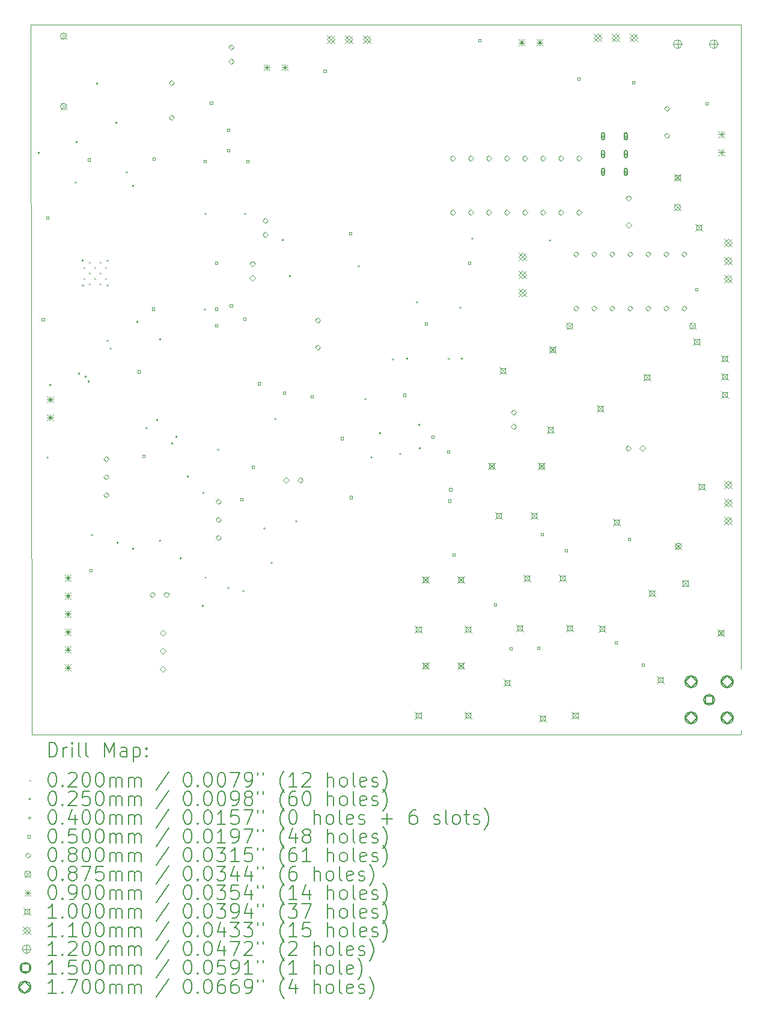
<source format=gbr>
%TF.GenerationSoftware,KiCad,Pcbnew,(6.0.9)*%
%TF.CreationDate,2022-12-04T18:18:53+03:00*%
%TF.ProjectId,communicator_27mhz,636f6d6d-756e-4696-9361-746f725f3237,beta 2.3*%
%TF.SameCoordinates,Original*%
%TF.FileFunction,Drillmap*%
%TF.FilePolarity,Positive*%
%FSLAX45Y45*%
G04 Gerber Fmt 4.5, Leading zero omitted, Abs format (unit mm)*
G04 Created by KiCad (PCBNEW (6.0.9)) date 2022-12-04 18:18:53*
%MOMM*%
%LPD*%
G01*
G04 APERTURE LIST*
%ADD10C,0.050000*%
%ADD11C,0.200000*%
%ADD12C,0.020000*%
%ADD13C,0.025000*%
%ADD14C,0.040000*%
%ADD15C,0.080000*%
%ADD16C,0.087500*%
%ADD17C,0.090000*%
%ADD18C,0.100000*%
%ADD19C,0.110000*%
%ADD20C,0.120000*%
%ADD21C,0.150000*%
%ADD22C,0.170000*%
G04 APERTURE END LIST*
D10*
X12980000Y-18540000D02*
X12980000Y-18600000D01*
X2980000Y-8610000D02*
X12980000Y-8610000D01*
X12980000Y-8610000D02*
X12980000Y-17680000D01*
X12985000Y-18540000D02*
X12980000Y-18540000D01*
X12980000Y-17680000D02*
X12985000Y-17680000D01*
X2990000Y-18600000D02*
X2980000Y-8610000D01*
X12980000Y-18600000D02*
X2990000Y-18600000D01*
D11*
D12*
X3721000Y-12021750D02*
X3741000Y-12041750D01*
X3741000Y-12021750D02*
X3721000Y-12041750D01*
X3721000Y-12174250D02*
X3741000Y-12194250D01*
X3741000Y-12174250D02*
X3721000Y-12194250D01*
X3797250Y-11945500D02*
X3817250Y-11965500D01*
X3817250Y-11945500D02*
X3797250Y-11965500D01*
X3797250Y-12098000D02*
X3817250Y-12118000D01*
X3817250Y-12098000D02*
X3797250Y-12118000D01*
X3797250Y-12250500D02*
X3817250Y-12270500D01*
X3817250Y-12250500D02*
X3797250Y-12270500D01*
X3873500Y-12021750D02*
X3893500Y-12041750D01*
X3893500Y-12021750D02*
X3873500Y-12041750D01*
X3873500Y-12174250D02*
X3893500Y-12194250D01*
X3893500Y-12174250D02*
X3873500Y-12194250D01*
X3949750Y-11945500D02*
X3969750Y-11965500D01*
X3969750Y-11945500D02*
X3949750Y-11965500D01*
X3949750Y-12098000D02*
X3969750Y-12118000D01*
X3969750Y-12098000D02*
X3949750Y-12118000D01*
X3949750Y-12250500D02*
X3969750Y-12270500D01*
X3969750Y-12250500D02*
X3949750Y-12270500D01*
X4026000Y-12021750D02*
X4046000Y-12041750D01*
X4046000Y-12021750D02*
X4026000Y-12041750D01*
X4026000Y-12174250D02*
X4046000Y-12194250D01*
X4046000Y-12174250D02*
X4026000Y-12194250D01*
D13*
X3102500Y-10410000D02*
G75*
G03*
X3102500Y-10410000I-12500J0D01*
G01*
X3222500Y-14700000D02*
G75*
G03*
X3222500Y-14700000I-12500J0D01*
G01*
X3262500Y-13680000D02*
G75*
G03*
X3262500Y-13680000I-12500J0D01*
G01*
X3622500Y-10830000D02*
G75*
G03*
X3622500Y-10830000I-12500J0D01*
G01*
X3632500Y-10260000D02*
G75*
G03*
X3632500Y-10260000I-12500J0D01*
G01*
X3672500Y-13520000D02*
G75*
G03*
X3672500Y-13520000I-12500J0D01*
G01*
X3722500Y-11930000D02*
G75*
G03*
X3722500Y-11930000I-12500J0D01*
G01*
X3722500Y-12280000D02*
G75*
G03*
X3722500Y-12280000I-12500J0D01*
G01*
X3762500Y-13560000D02*
G75*
G03*
X3762500Y-13560000I-12500J0D01*
G01*
X3802500Y-13630000D02*
G75*
G03*
X3802500Y-13630000I-12500J0D01*
G01*
X3852500Y-15790000D02*
G75*
G03*
X3852500Y-15790000I-12500J0D01*
G01*
X3922500Y-9440000D02*
G75*
G03*
X3922500Y-9440000I-12500J0D01*
G01*
X4072500Y-11930000D02*
G75*
G03*
X4072500Y-11930000I-12500J0D01*
G01*
X4072500Y-12280000D02*
G75*
G03*
X4072500Y-12280000I-12500J0D01*
G01*
X4072500Y-13060000D02*
G75*
G03*
X4072500Y-13060000I-12500J0D01*
G01*
X4112500Y-13170000D02*
G75*
G03*
X4112500Y-13170000I-12500J0D01*
G01*
X4192500Y-9990000D02*
G75*
G03*
X4192500Y-9990000I-12500J0D01*
G01*
X4212500Y-15900000D02*
G75*
G03*
X4212500Y-15900000I-12500J0D01*
G01*
X4342500Y-10690000D02*
G75*
G03*
X4342500Y-10690000I-12500J0D01*
G01*
X4432500Y-10880000D02*
G75*
G03*
X4432500Y-10880000I-12500J0D01*
G01*
X4432500Y-15980000D02*
G75*
G03*
X4432500Y-15980000I-12500J0D01*
G01*
X4492500Y-12790000D02*
G75*
G03*
X4492500Y-12790000I-12500J0D01*
G01*
X4622500Y-14290000D02*
G75*
G03*
X4622500Y-14290000I-12500J0D01*
G01*
X4772500Y-14170000D02*
G75*
G03*
X4772500Y-14170000I-12500J0D01*
G01*
X4812500Y-13040000D02*
G75*
G03*
X4812500Y-13040000I-12500J0D01*
G01*
X4812500Y-15870000D02*
G75*
G03*
X4812500Y-15870000I-12500J0D01*
G01*
X4982500Y-14500000D02*
G75*
G03*
X4982500Y-14500000I-12500J0D01*
G01*
X5042500Y-14410000D02*
G75*
G03*
X5042500Y-14410000I-12500J0D01*
G01*
X5102500Y-16120000D02*
G75*
G03*
X5102500Y-16120000I-12500J0D01*
G01*
X5202500Y-14970000D02*
G75*
G03*
X5202500Y-14970000I-12500J0D01*
G01*
X5412500Y-16790000D02*
G75*
G03*
X5412500Y-16790000I-12500J0D01*
G01*
X5422500Y-15200000D02*
G75*
G03*
X5422500Y-15200000I-12500J0D01*
G01*
X5442500Y-12620000D02*
G75*
G03*
X5442500Y-12620000I-12500J0D01*
G01*
X5452500Y-11270000D02*
G75*
G03*
X5452500Y-11270000I-12500J0D01*
G01*
X5452500Y-16390000D02*
G75*
G03*
X5452500Y-16390000I-12500J0D01*
G01*
X5632500Y-14590000D02*
G75*
G03*
X5632500Y-14590000I-12500J0D01*
G01*
X5772500Y-16540000D02*
G75*
G03*
X5772500Y-16540000I-12500J0D01*
G01*
X5982500Y-16580000D02*
G75*
G03*
X5982500Y-16580000I-12500J0D01*
G01*
X6012500Y-11270000D02*
G75*
G03*
X6012500Y-11270000I-12500J0D01*
G01*
X6282500Y-15700000D02*
G75*
G03*
X6282500Y-15700000I-12500J0D01*
G01*
X6382500Y-16180000D02*
G75*
G03*
X6382500Y-16180000I-12500J0D01*
G01*
X6432500Y-14160000D02*
G75*
G03*
X6432500Y-14160000I-12500J0D01*
G01*
X6542500Y-11640000D02*
G75*
G03*
X6542500Y-11640000I-12500J0D01*
G01*
X6642500Y-12150000D02*
G75*
G03*
X6642500Y-12150000I-12500J0D01*
G01*
X6732500Y-15600000D02*
G75*
G03*
X6732500Y-15600000I-12500J0D01*
G01*
X7612500Y-12010000D02*
G75*
G03*
X7612500Y-12010000I-12500J0D01*
G01*
X7702500Y-13880000D02*
G75*
G03*
X7702500Y-13880000I-12500J0D01*
G01*
X7792500Y-14700000D02*
G75*
G03*
X7792500Y-14700000I-12500J0D01*
G01*
X7912500Y-14360000D02*
G75*
G03*
X7912500Y-14360000I-12500J0D01*
G01*
X8092500Y-13320000D02*
G75*
G03*
X8092500Y-13320000I-12500J0D01*
G01*
X8192500Y-14650000D02*
G75*
G03*
X8192500Y-14650000I-12500J0D01*
G01*
X8292500Y-13310000D02*
G75*
G03*
X8292500Y-13310000I-12500J0D01*
G01*
X8432500Y-12520000D02*
G75*
G03*
X8432500Y-12520000I-12500J0D01*
G01*
X8462500Y-14240000D02*
G75*
G03*
X8462500Y-14240000I-12500J0D01*
G01*
X8472500Y-14570000D02*
G75*
G03*
X8472500Y-14570000I-12500J0D01*
G01*
X8882500Y-13310000D02*
G75*
G03*
X8882500Y-13310000I-12500J0D01*
G01*
X9042500Y-12590000D02*
G75*
G03*
X9042500Y-12590000I-12500J0D01*
G01*
X9062500Y-13310000D02*
G75*
G03*
X9062500Y-13310000I-12500J0D01*
G01*
X9212500Y-11620000D02*
G75*
G03*
X9212500Y-11620000I-12500J0D01*
G01*
X10307500Y-11645000D02*
G75*
G03*
X10307500Y-11645000I-12500J0D01*
G01*
D14*
X11040000Y-10160000D02*
X11040000Y-10200000D01*
X11020000Y-10180000D02*
X11060000Y-10180000D01*
D11*
X11060000Y-10210000D02*
X11060000Y-10150000D01*
X11020000Y-10210000D02*
X11020000Y-10150000D01*
X11060000Y-10150000D02*
G75*
G03*
X11020000Y-10150000I-20000J0D01*
G01*
X11020000Y-10210000D02*
G75*
G03*
X11060000Y-10210000I20000J0D01*
G01*
D14*
X11040000Y-10410000D02*
X11040000Y-10450000D01*
X11020000Y-10430000D02*
X11060000Y-10430000D01*
D11*
X11060000Y-10460000D02*
X11060000Y-10400000D01*
X11020000Y-10460000D02*
X11020000Y-10400000D01*
X11060000Y-10400000D02*
G75*
G03*
X11020000Y-10400000I-20000J0D01*
G01*
X11020000Y-10460000D02*
G75*
G03*
X11060000Y-10460000I20000J0D01*
G01*
D14*
X11040000Y-10660000D02*
X11040000Y-10700000D01*
X11020000Y-10680000D02*
X11060000Y-10680000D01*
D11*
X11060000Y-10710000D02*
X11060000Y-10650000D01*
X11020000Y-10710000D02*
X11020000Y-10650000D01*
X11060000Y-10650000D02*
G75*
G03*
X11020000Y-10650000I-20000J0D01*
G01*
X11020000Y-10710000D02*
G75*
G03*
X11060000Y-10710000I20000J0D01*
G01*
D14*
X11360000Y-10160000D02*
X11360000Y-10200000D01*
X11340000Y-10180000D02*
X11380000Y-10180000D01*
D11*
X11380000Y-10210000D02*
X11380000Y-10150000D01*
X11340000Y-10210000D02*
X11340000Y-10150000D01*
X11380000Y-10150000D02*
G75*
G03*
X11340000Y-10150000I-20000J0D01*
G01*
X11340000Y-10210000D02*
G75*
G03*
X11380000Y-10210000I20000J0D01*
G01*
D14*
X11360000Y-10410000D02*
X11360000Y-10450000D01*
X11340000Y-10430000D02*
X11380000Y-10430000D01*
D11*
X11380000Y-10460000D02*
X11380000Y-10400000D01*
X11340000Y-10460000D02*
X11340000Y-10400000D01*
X11380000Y-10400000D02*
G75*
G03*
X11340000Y-10400000I-20000J0D01*
G01*
X11340000Y-10460000D02*
G75*
G03*
X11380000Y-10460000I20000J0D01*
G01*
D14*
X11360000Y-10660000D02*
X11360000Y-10700000D01*
X11340000Y-10680000D02*
X11380000Y-10680000D01*
D11*
X11380000Y-10710000D02*
X11380000Y-10650000D01*
X11340000Y-10710000D02*
X11340000Y-10650000D01*
X11380000Y-10650000D02*
G75*
G03*
X11340000Y-10650000I-20000J0D01*
G01*
X11340000Y-10710000D02*
G75*
G03*
X11380000Y-10710000I20000J0D01*
G01*
D10*
X3167178Y-12778178D02*
X3167178Y-12742822D01*
X3131822Y-12742822D01*
X3131822Y-12778178D01*
X3167178Y-12778178D01*
X3227678Y-11347678D02*
X3227678Y-11312322D01*
X3192322Y-11312322D01*
X3192322Y-11347678D01*
X3227678Y-11347678D01*
X3817678Y-10527678D02*
X3817678Y-10492322D01*
X3782322Y-10492322D01*
X3782322Y-10527678D01*
X3817678Y-10527678D01*
X3837678Y-16307678D02*
X3837678Y-16272322D01*
X3802322Y-16272322D01*
X3802322Y-16307678D01*
X3837678Y-16307678D01*
X4517678Y-13507678D02*
X4517678Y-13472322D01*
X4482322Y-13472322D01*
X4482322Y-13507678D01*
X4517678Y-13507678D01*
X4587678Y-14697678D02*
X4587678Y-14662322D01*
X4552322Y-14662322D01*
X4552322Y-14697678D01*
X4587678Y-14697678D01*
X4717678Y-12627678D02*
X4717678Y-12592322D01*
X4682322Y-12592322D01*
X4682322Y-12627678D01*
X4717678Y-12627678D01*
X4727678Y-10517678D02*
X4727678Y-10482322D01*
X4692322Y-10482322D01*
X4692322Y-10517678D01*
X4727678Y-10517678D01*
X5447678Y-10547678D02*
X5447678Y-10512322D01*
X5412322Y-10512322D01*
X5412322Y-10547678D01*
X5447678Y-10547678D01*
X5537678Y-9727678D02*
X5537678Y-9692322D01*
X5502322Y-9692322D01*
X5502322Y-9727678D01*
X5537678Y-9727678D01*
X5607678Y-11977678D02*
X5607678Y-11942322D01*
X5572322Y-11942322D01*
X5572322Y-11977678D01*
X5607678Y-11977678D01*
X5607678Y-12627678D02*
X5607678Y-12592322D01*
X5572322Y-12592322D01*
X5572322Y-12627678D01*
X5607678Y-12627678D01*
X5607678Y-12857678D02*
X5607678Y-12822322D01*
X5572322Y-12822322D01*
X5572322Y-12857678D01*
X5607678Y-12857678D01*
X5777678Y-10107678D02*
X5777678Y-10072322D01*
X5742322Y-10072322D01*
X5742322Y-10107678D01*
X5777678Y-10107678D01*
X5777678Y-10397678D02*
X5777678Y-10362322D01*
X5742322Y-10362322D01*
X5742322Y-10397678D01*
X5777678Y-10397678D01*
X5817678Y-12577678D02*
X5817678Y-12542322D01*
X5782322Y-12542322D01*
X5782322Y-12577678D01*
X5817678Y-12577678D01*
X5967678Y-15307678D02*
X5967678Y-15272322D01*
X5932322Y-15272322D01*
X5932322Y-15307678D01*
X5967678Y-15307678D01*
X6008479Y-12768479D02*
X6008479Y-12733123D01*
X5973123Y-12733123D01*
X5973123Y-12768479D01*
X6008479Y-12768479D01*
X6047678Y-10547678D02*
X6047678Y-10512322D01*
X6012322Y-10512322D01*
X6012322Y-10547678D01*
X6047678Y-10547678D01*
X6127678Y-14847678D02*
X6127678Y-14812322D01*
X6092322Y-14812322D01*
X6092322Y-14847678D01*
X6127678Y-14847678D01*
X6207678Y-13677678D02*
X6207678Y-13642322D01*
X6172322Y-13642322D01*
X6172322Y-13677678D01*
X6207678Y-13677678D01*
X6567678Y-13807678D02*
X6567678Y-13772322D01*
X6532322Y-13772322D01*
X6532322Y-13807678D01*
X6567678Y-13807678D01*
X6957678Y-13857678D02*
X6957678Y-13822322D01*
X6922322Y-13822322D01*
X6922322Y-13857678D01*
X6957678Y-13857678D01*
X7137678Y-9277678D02*
X7137678Y-9242322D01*
X7102322Y-9242322D01*
X7102322Y-9277678D01*
X7137678Y-9277678D01*
X7377678Y-14447678D02*
X7377678Y-14412322D01*
X7342322Y-14412322D01*
X7342322Y-14447678D01*
X7377678Y-14447678D01*
X7497678Y-11567678D02*
X7497678Y-11532322D01*
X7462322Y-11532322D01*
X7462322Y-11567678D01*
X7497678Y-11567678D01*
X7507678Y-15277678D02*
X7507678Y-15242322D01*
X7472322Y-15242322D01*
X7472322Y-15277678D01*
X7507678Y-15277678D01*
X8257678Y-13837678D02*
X8257678Y-13802322D01*
X8222322Y-13802322D01*
X8222322Y-13837678D01*
X8257678Y-13837678D01*
X8567678Y-12831428D02*
X8567678Y-12796072D01*
X8532322Y-12796072D01*
X8532322Y-12831428D01*
X8567678Y-12831428D01*
X8657678Y-14427678D02*
X8657678Y-14392322D01*
X8622322Y-14392322D01*
X8622322Y-14427678D01*
X8657678Y-14427678D01*
X8877678Y-14637678D02*
X8877678Y-14602322D01*
X8842322Y-14602322D01*
X8842322Y-14637678D01*
X8877678Y-14637678D01*
X8897678Y-15327678D02*
X8897678Y-15292322D01*
X8862322Y-15292322D01*
X8862322Y-15327678D01*
X8897678Y-15327678D01*
X8907678Y-15167678D02*
X8907678Y-15132322D01*
X8872322Y-15132322D01*
X8872322Y-15167678D01*
X8907678Y-15167678D01*
X8957678Y-16087678D02*
X8957678Y-16052322D01*
X8922322Y-16052322D01*
X8922322Y-16087678D01*
X8957678Y-16087678D01*
X9177678Y-11977678D02*
X9177678Y-11942322D01*
X9142322Y-11942322D01*
X9142322Y-11977678D01*
X9177678Y-11977678D01*
X9317678Y-8847678D02*
X9317678Y-8812322D01*
X9282322Y-8812322D01*
X9282322Y-8847678D01*
X9317678Y-8847678D01*
X9537678Y-16787678D02*
X9537678Y-16752322D01*
X9502322Y-16752322D01*
X9502322Y-16787678D01*
X9537678Y-16787678D01*
X9757678Y-17407678D02*
X9757678Y-17372322D01*
X9722322Y-17372322D01*
X9722322Y-17407678D01*
X9757678Y-17407678D01*
X10147678Y-17397678D02*
X10147678Y-17362322D01*
X10112322Y-17362322D01*
X10112322Y-17397678D01*
X10147678Y-17397678D01*
X10197678Y-15797678D02*
X10197678Y-15762322D01*
X10162322Y-15762322D01*
X10162322Y-15797678D01*
X10197678Y-15797678D01*
X10537678Y-16027678D02*
X10537678Y-15992322D01*
X10502322Y-15992322D01*
X10502322Y-16027678D01*
X10537678Y-16027678D01*
X10717678Y-9387678D02*
X10717678Y-9352322D01*
X10682322Y-9352322D01*
X10682322Y-9387678D01*
X10717678Y-9387678D01*
X11241428Y-17321428D02*
X11241428Y-17286072D01*
X11206072Y-17286072D01*
X11206072Y-17321428D01*
X11241428Y-17321428D01*
X11427678Y-15867678D02*
X11427678Y-15832322D01*
X11392322Y-15832322D01*
X11392322Y-15867678D01*
X11427678Y-15867678D01*
X11487678Y-9437678D02*
X11487678Y-9402322D01*
X11452322Y-9402322D01*
X11452322Y-9437678D01*
X11487678Y-9437678D01*
X11621428Y-17637678D02*
X11621428Y-17602322D01*
X11586072Y-17602322D01*
X11586072Y-17637678D01*
X11621428Y-17637678D01*
X12371428Y-12351428D02*
X12371428Y-12316072D01*
X12336072Y-12316072D01*
X12336072Y-12351428D01*
X12371428Y-12351428D01*
X12517678Y-9737678D02*
X12517678Y-9702322D01*
X12482322Y-9702322D01*
X12482322Y-9737678D01*
X12517678Y-9737678D01*
D15*
X4040000Y-14760000D02*
X4080000Y-14720000D01*
X4040000Y-14680000D01*
X4000000Y-14720000D01*
X4040000Y-14760000D01*
X4040000Y-15014000D02*
X4080000Y-14974000D01*
X4040000Y-14934000D01*
X4000000Y-14974000D01*
X4040000Y-15014000D01*
X4040000Y-15268000D02*
X4080000Y-15228000D01*
X4040000Y-15188000D01*
X4000000Y-15228000D01*
X4040000Y-15268000D01*
X4690000Y-16670000D02*
X4730000Y-16630000D01*
X4690000Y-16590000D01*
X4650000Y-16630000D01*
X4690000Y-16670000D01*
X4840000Y-17210000D02*
X4880000Y-17170000D01*
X4840000Y-17130000D01*
X4800000Y-17170000D01*
X4840000Y-17210000D01*
X4840000Y-17464000D02*
X4880000Y-17424000D01*
X4840000Y-17384000D01*
X4800000Y-17424000D01*
X4840000Y-17464000D01*
X4840000Y-17718000D02*
X4880000Y-17678000D01*
X4840000Y-17638000D01*
X4800000Y-17678000D01*
X4840000Y-17718000D01*
X4890000Y-16670000D02*
X4930000Y-16630000D01*
X4890000Y-16590000D01*
X4850000Y-16630000D01*
X4890000Y-16670000D01*
X4960000Y-9467000D02*
X5000000Y-9427000D01*
X4960000Y-9387000D01*
X4920000Y-9427000D01*
X4960000Y-9467000D01*
X4960000Y-9955000D02*
X5000000Y-9915000D01*
X4960000Y-9875000D01*
X4920000Y-9915000D01*
X4960000Y-9955000D01*
X5620000Y-15360000D02*
X5660000Y-15320000D01*
X5620000Y-15280000D01*
X5580000Y-15320000D01*
X5620000Y-15360000D01*
X5620000Y-15614000D02*
X5660000Y-15574000D01*
X5620000Y-15534000D01*
X5580000Y-15574000D01*
X5620000Y-15614000D01*
X5620000Y-15868000D02*
X5660000Y-15828000D01*
X5620000Y-15788000D01*
X5580000Y-15828000D01*
X5620000Y-15868000D01*
X5800000Y-8964489D02*
X5840000Y-8924489D01*
X5800000Y-8884489D01*
X5760000Y-8924489D01*
X5800000Y-8964489D01*
X5800000Y-9164489D02*
X5840000Y-9124489D01*
X5800000Y-9084489D01*
X5760000Y-9124489D01*
X5800000Y-9164489D01*
X6100000Y-12014489D02*
X6140000Y-11974489D01*
X6100000Y-11934489D01*
X6060000Y-11974489D01*
X6100000Y-12014489D01*
X6100000Y-12214489D02*
X6140000Y-12174489D01*
X6100000Y-12134489D01*
X6060000Y-12174489D01*
X6100000Y-12214489D01*
X6280000Y-11405511D02*
X6320000Y-11365511D01*
X6280000Y-11325511D01*
X6240000Y-11365511D01*
X6280000Y-11405511D01*
X6280000Y-11605511D02*
X6320000Y-11565511D01*
X6280000Y-11525511D01*
X6240000Y-11565511D01*
X6280000Y-11605511D01*
X6574489Y-15060000D02*
X6614489Y-15020000D01*
X6574489Y-14980000D01*
X6534489Y-15020000D01*
X6574489Y-15060000D01*
X6774489Y-15060000D02*
X6814489Y-15020000D01*
X6774489Y-14980000D01*
X6734489Y-15020000D01*
X6774489Y-15060000D01*
X7020000Y-12809735D02*
X7060000Y-12769735D01*
X7020000Y-12729735D01*
X6980000Y-12769735D01*
X7020000Y-12809735D01*
X7020000Y-13189735D02*
X7060000Y-13149735D01*
X7020000Y-13109735D01*
X6980000Y-13149735D01*
X7020000Y-13189735D01*
X8922000Y-10530000D02*
X8962000Y-10490000D01*
X8922000Y-10450000D01*
X8882000Y-10490000D01*
X8922000Y-10530000D01*
X8922000Y-11292000D02*
X8962000Y-11252000D01*
X8922000Y-11212000D01*
X8882000Y-11252000D01*
X8922000Y-11292000D01*
X9176000Y-10530000D02*
X9216000Y-10490000D01*
X9176000Y-10450000D01*
X9136000Y-10490000D01*
X9176000Y-10530000D01*
X9176000Y-11292000D02*
X9216000Y-11252000D01*
X9176000Y-11212000D01*
X9136000Y-11252000D01*
X9176000Y-11292000D01*
X9430000Y-10530000D02*
X9470000Y-10490000D01*
X9430000Y-10450000D01*
X9390000Y-10490000D01*
X9430000Y-10530000D01*
X9430000Y-11292000D02*
X9470000Y-11252000D01*
X9430000Y-11212000D01*
X9390000Y-11252000D01*
X9430000Y-11292000D01*
X9684000Y-10530000D02*
X9724000Y-10490000D01*
X9684000Y-10450000D01*
X9644000Y-10490000D01*
X9684000Y-10530000D01*
X9684000Y-11292000D02*
X9724000Y-11252000D01*
X9684000Y-11212000D01*
X9644000Y-11252000D01*
X9684000Y-11292000D01*
X9780000Y-14105511D02*
X9820000Y-14065511D01*
X9780000Y-14025511D01*
X9740000Y-14065511D01*
X9780000Y-14105511D01*
X9780000Y-14305511D02*
X9820000Y-14265511D01*
X9780000Y-14225511D01*
X9740000Y-14265511D01*
X9780000Y-14305511D01*
X9938000Y-10530000D02*
X9978000Y-10490000D01*
X9938000Y-10450000D01*
X9898000Y-10490000D01*
X9938000Y-10530000D01*
X9938000Y-11292000D02*
X9978000Y-11252000D01*
X9938000Y-11212000D01*
X9898000Y-11252000D01*
X9938000Y-11292000D01*
X10192000Y-10530000D02*
X10232000Y-10490000D01*
X10192000Y-10450000D01*
X10152000Y-10490000D01*
X10192000Y-10530000D01*
X10192000Y-11292000D02*
X10232000Y-11252000D01*
X10192000Y-11212000D01*
X10152000Y-11252000D01*
X10192000Y-11292000D01*
X10446000Y-10530000D02*
X10486000Y-10490000D01*
X10446000Y-10450000D01*
X10406000Y-10490000D01*
X10446000Y-10530000D01*
X10446000Y-11292000D02*
X10486000Y-11252000D01*
X10446000Y-11212000D01*
X10406000Y-11252000D01*
X10446000Y-11292000D01*
X10657500Y-11878000D02*
X10697500Y-11838000D01*
X10657500Y-11798000D01*
X10617500Y-11838000D01*
X10657500Y-11878000D01*
X10657500Y-12640000D02*
X10697500Y-12600000D01*
X10657500Y-12560000D01*
X10617500Y-12600000D01*
X10657500Y-12640000D01*
X10700000Y-10530000D02*
X10740000Y-10490000D01*
X10700000Y-10450000D01*
X10660000Y-10490000D01*
X10700000Y-10530000D01*
X10700000Y-11292000D02*
X10740000Y-11252000D01*
X10700000Y-11212000D01*
X10660000Y-11252000D01*
X10700000Y-11292000D01*
X10911500Y-11878000D02*
X10951500Y-11838000D01*
X10911500Y-11798000D01*
X10871500Y-11838000D01*
X10911500Y-11878000D01*
X10911500Y-12640000D02*
X10951500Y-12600000D01*
X10911500Y-12560000D01*
X10871500Y-12600000D01*
X10911500Y-12640000D01*
X11165500Y-11878000D02*
X11205500Y-11838000D01*
X11165500Y-11798000D01*
X11125500Y-11838000D01*
X11165500Y-11878000D01*
X11165500Y-12640000D02*
X11205500Y-12600000D01*
X11165500Y-12560000D01*
X11125500Y-12600000D01*
X11165500Y-12640000D01*
X11394489Y-14610000D02*
X11434489Y-14570000D01*
X11394489Y-14530000D01*
X11354489Y-14570000D01*
X11394489Y-14610000D01*
X11400000Y-11090265D02*
X11440000Y-11050265D01*
X11400000Y-11010265D01*
X11360000Y-11050265D01*
X11400000Y-11090265D01*
X11400000Y-11470265D02*
X11440000Y-11430265D01*
X11400000Y-11390265D01*
X11360000Y-11430265D01*
X11400000Y-11470265D01*
X11419500Y-11878000D02*
X11459500Y-11838000D01*
X11419500Y-11798000D01*
X11379500Y-11838000D01*
X11419500Y-11878000D01*
X11419500Y-12640000D02*
X11459500Y-12600000D01*
X11419500Y-12560000D01*
X11379500Y-12600000D01*
X11419500Y-12640000D01*
X11594489Y-14610000D02*
X11634489Y-14570000D01*
X11594489Y-14530000D01*
X11554489Y-14570000D01*
X11594489Y-14610000D01*
X11673500Y-11878000D02*
X11713500Y-11838000D01*
X11673500Y-11798000D01*
X11633500Y-11838000D01*
X11673500Y-11878000D01*
X11673500Y-12640000D02*
X11713500Y-12600000D01*
X11673500Y-12560000D01*
X11633500Y-12600000D01*
X11673500Y-12640000D01*
X11927500Y-11878000D02*
X11967500Y-11838000D01*
X11927500Y-11798000D01*
X11887500Y-11838000D01*
X11927500Y-11878000D01*
X11927500Y-12640000D02*
X11967500Y-12600000D01*
X11927500Y-12560000D01*
X11887500Y-12600000D01*
X11927500Y-12640000D01*
X11940000Y-9830000D02*
X11980000Y-9790000D01*
X11940000Y-9750000D01*
X11900000Y-9790000D01*
X11940000Y-9830000D01*
X11940000Y-10210000D02*
X11980000Y-10170000D01*
X11940000Y-10130000D01*
X11900000Y-10170000D01*
X11940000Y-10210000D01*
X12181500Y-11878000D02*
X12221500Y-11838000D01*
X12181500Y-11798000D01*
X12141500Y-11838000D01*
X12181500Y-11878000D01*
X12181500Y-12640000D02*
X12221500Y-12600000D01*
X12181500Y-12560000D01*
X12141500Y-12600000D01*
X12181500Y-12640000D01*
D16*
X3396250Y-8726250D02*
X3483750Y-8813750D01*
X3483750Y-8726250D02*
X3396250Y-8813750D01*
X3483750Y-8770000D02*
G75*
G03*
X3483750Y-8770000I-43750J0D01*
G01*
X3396250Y-9716250D02*
X3483750Y-9803750D01*
X3483750Y-9716250D02*
X3396250Y-9803750D01*
X3483750Y-9760000D02*
G75*
G03*
X3483750Y-9760000I-43750J0D01*
G01*
X10526250Y-12806250D02*
X10613750Y-12893750D01*
X10613750Y-12806250D02*
X10526250Y-12893750D01*
X10613750Y-12850000D02*
G75*
G03*
X10613750Y-12850000I-43750J0D01*
G01*
X12046250Y-11136250D02*
X12133750Y-11223750D01*
X12133750Y-11136250D02*
X12046250Y-11223750D01*
X12133750Y-11180000D02*
G75*
G03*
X12133750Y-11180000I-43750J0D01*
G01*
X12056250Y-15906250D02*
X12143750Y-15993750D01*
X12143750Y-15906250D02*
X12056250Y-15993750D01*
X12143750Y-15950000D02*
G75*
G03*
X12143750Y-15950000I-43750J0D01*
G01*
X12260478Y-12806250D02*
X12347978Y-12893750D01*
X12347978Y-12806250D02*
X12260478Y-12893750D01*
X12347978Y-12850000D02*
G75*
G03*
X12347978Y-12850000I-43750J0D01*
G01*
D17*
X3205000Y-13838500D02*
X3295000Y-13928500D01*
X3295000Y-13838500D02*
X3205000Y-13928500D01*
X3250000Y-13838500D02*
X3250000Y-13928500D01*
X3205000Y-13883500D02*
X3295000Y-13883500D01*
X3205000Y-14092500D02*
X3295000Y-14182500D01*
X3295000Y-14092500D02*
X3205000Y-14182500D01*
X3250000Y-14092500D02*
X3250000Y-14182500D01*
X3205000Y-14137500D02*
X3295000Y-14137500D01*
X3455000Y-16347500D02*
X3545000Y-16437500D01*
X3545000Y-16347500D02*
X3455000Y-16437500D01*
X3500000Y-16347500D02*
X3500000Y-16437500D01*
X3455000Y-16392500D02*
X3545000Y-16392500D01*
X3455000Y-16601500D02*
X3545000Y-16691500D01*
X3545000Y-16601500D02*
X3455000Y-16691500D01*
X3500000Y-16601500D02*
X3500000Y-16691500D01*
X3455000Y-16646500D02*
X3545000Y-16646500D01*
X3455000Y-16855000D02*
X3545000Y-16945000D01*
X3545000Y-16855000D02*
X3455000Y-16945000D01*
X3500000Y-16855000D02*
X3500000Y-16945000D01*
X3455000Y-16900000D02*
X3545000Y-16900000D01*
X3455000Y-17109000D02*
X3545000Y-17199000D01*
X3545000Y-17109000D02*
X3455000Y-17199000D01*
X3500000Y-17109000D02*
X3500000Y-17199000D01*
X3455000Y-17154000D02*
X3545000Y-17154000D01*
X3455000Y-17357500D02*
X3545000Y-17447500D01*
X3545000Y-17357500D02*
X3455000Y-17447500D01*
X3500000Y-17357500D02*
X3500000Y-17447500D01*
X3455000Y-17402500D02*
X3545000Y-17402500D01*
X3455000Y-17611500D02*
X3545000Y-17701500D01*
X3545000Y-17611500D02*
X3455000Y-17701500D01*
X3500000Y-17611500D02*
X3500000Y-17701500D01*
X3455000Y-17656500D02*
X3545000Y-17656500D01*
X6257500Y-9165000D02*
X6347500Y-9255000D01*
X6347500Y-9165000D02*
X6257500Y-9255000D01*
X6302500Y-9165000D02*
X6302500Y-9255000D01*
X6257500Y-9210000D02*
X6347500Y-9210000D01*
X6511500Y-9165000D02*
X6601500Y-9255000D01*
X6601500Y-9165000D02*
X6511500Y-9255000D01*
X6556500Y-9165000D02*
X6556500Y-9255000D01*
X6511500Y-9210000D02*
X6601500Y-9210000D01*
X9847500Y-8815000D02*
X9937500Y-8905000D01*
X9937500Y-8815000D02*
X9847500Y-8905000D01*
X9892500Y-8815000D02*
X9892500Y-8905000D01*
X9847500Y-8860000D02*
X9937500Y-8860000D01*
X10101500Y-8815000D02*
X10191500Y-8905000D01*
X10191500Y-8815000D02*
X10101500Y-8905000D01*
X10146500Y-8815000D02*
X10146500Y-8905000D01*
X10101500Y-8860000D02*
X10191500Y-8860000D01*
X12665000Y-10107500D02*
X12755000Y-10197500D01*
X12755000Y-10107500D02*
X12665000Y-10197500D01*
X12710000Y-10107500D02*
X12710000Y-10197500D01*
X12665000Y-10152500D02*
X12755000Y-10152500D01*
X12665000Y-10361500D02*
X12755000Y-10451500D01*
X12755000Y-10361500D02*
X12665000Y-10451500D01*
X12710000Y-10361500D02*
X12710000Y-10451500D01*
X12665000Y-10406500D02*
X12755000Y-10406500D01*
D18*
X8390000Y-17070000D02*
X8490000Y-17170000D01*
X8490000Y-17070000D02*
X8390000Y-17170000D01*
X8475356Y-17155356D02*
X8475356Y-17084644D01*
X8404644Y-17084644D01*
X8404644Y-17155356D01*
X8475356Y-17155356D01*
X8390000Y-18280000D02*
X8490000Y-18380000D01*
X8490000Y-18280000D02*
X8390000Y-18380000D01*
X8475356Y-18365356D02*
X8475356Y-18294644D01*
X8404644Y-18294644D01*
X8404644Y-18365356D01*
X8475356Y-18365356D01*
X8490000Y-16370000D02*
X8590000Y-16470000D01*
X8590000Y-16370000D02*
X8490000Y-16470000D01*
X8575356Y-16455356D02*
X8575356Y-16384644D01*
X8504644Y-16384644D01*
X8504644Y-16455356D01*
X8575356Y-16455356D01*
X8490000Y-17580000D02*
X8590000Y-17680000D01*
X8590000Y-17580000D02*
X8490000Y-17680000D01*
X8575356Y-17665356D02*
X8575356Y-17594644D01*
X8504644Y-17594644D01*
X8504644Y-17665356D01*
X8575356Y-17665356D01*
X8990000Y-16370000D02*
X9090000Y-16470000D01*
X9090000Y-16370000D02*
X8990000Y-16470000D01*
X9075356Y-16455356D02*
X9075356Y-16384644D01*
X9004644Y-16384644D01*
X9004644Y-16455356D01*
X9075356Y-16455356D01*
X8990000Y-17580000D02*
X9090000Y-17680000D01*
X9090000Y-17580000D02*
X8990000Y-17680000D01*
X9075356Y-17665356D02*
X9075356Y-17594644D01*
X9004644Y-17594644D01*
X9004644Y-17665356D01*
X9075356Y-17665356D01*
X9090000Y-17070000D02*
X9190000Y-17170000D01*
X9190000Y-17070000D02*
X9090000Y-17170000D01*
X9175356Y-17155356D02*
X9175356Y-17084644D01*
X9104644Y-17084644D01*
X9104644Y-17155356D01*
X9175356Y-17155356D01*
X9090000Y-18280000D02*
X9190000Y-18380000D01*
X9190000Y-18280000D02*
X9090000Y-18380000D01*
X9175356Y-18365356D02*
X9175356Y-18294644D01*
X9104644Y-18294644D01*
X9104644Y-18365356D01*
X9175356Y-18365356D01*
X9420000Y-14770000D02*
X9520000Y-14870000D01*
X9520000Y-14770000D02*
X9420000Y-14870000D01*
X9505356Y-14855356D02*
X9505356Y-14784644D01*
X9434644Y-14784644D01*
X9434644Y-14855356D01*
X9505356Y-14855356D01*
X9520000Y-15470000D02*
X9620000Y-15570000D01*
X9620000Y-15470000D02*
X9520000Y-15570000D01*
X9605356Y-15555356D02*
X9605356Y-15484644D01*
X9534644Y-15484644D01*
X9534644Y-15555356D01*
X9605356Y-15555356D01*
X9580000Y-13430000D02*
X9680000Y-13530000D01*
X9680000Y-13430000D02*
X9580000Y-13530000D01*
X9665356Y-13515356D02*
X9665356Y-13444644D01*
X9594644Y-13444644D01*
X9594644Y-13515356D01*
X9665356Y-13515356D01*
X9640000Y-17820000D02*
X9740000Y-17920000D01*
X9740000Y-17820000D02*
X9640000Y-17920000D01*
X9725356Y-17905356D02*
X9725356Y-17834644D01*
X9654644Y-17834644D01*
X9654644Y-17905356D01*
X9725356Y-17905356D01*
X9820000Y-17050000D02*
X9920000Y-17150000D01*
X9920000Y-17050000D02*
X9820000Y-17150000D01*
X9905356Y-17135356D02*
X9905356Y-17064644D01*
X9834644Y-17064644D01*
X9834644Y-17135356D01*
X9905356Y-17135356D01*
X9920000Y-16350000D02*
X10020000Y-16450000D01*
X10020000Y-16350000D02*
X9920000Y-16450000D01*
X10005356Y-16435356D02*
X10005356Y-16364644D01*
X9934644Y-16364644D01*
X9934644Y-16435356D01*
X10005356Y-16435356D01*
X10020000Y-15470000D02*
X10120000Y-15570000D01*
X10120000Y-15470000D02*
X10020000Y-15570000D01*
X10105356Y-15555356D02*
X10105356Y-15484644D01*
X10034644Y-15484644D01*
X10034644Y-15555356D01*
X10105356Y-15555356D01*
X10120000Y-14770000D02*
X10220000Y-14870000D01*
X10220000Y-14770000D02*
X10120000Y-14870000D01*
X10205356Y-14855356D02*
X10205356Y-14784644D01*
X10134644Y-14784644D01*
X10134644Y-14855356D01*
X10205356Y-14855356D01*
X10140000Y-18320000D02*
X10240000Y-18420000D01*
X10240000Y-18320000D02*
X10140000Y-18420000D01*
X10225356Y-18405356D02*
X10225356Y-18334644D01*
X10154644Y-18334644D01*
X10154644Y-18405356D01*
X10225356Y-18405356D01*
X10250000Y-14260000D02*
X10350000Y-14360000D01*
X10350000Y-14260000D02*
X10250000Y-14360000D01*
X10335356Y-14345356D02*
X10335356Y-14274644D01*
X10264644Y-14274644D01*
X10264644Y-14345356D01*
X10335356Y-14345356D01*
X10280000Y-13130000D02*
X10380000Y-13230000D01*
X10380000Y-13130000D02*
X10280000Y-13230000D01*
X10365356Y-13215356D02*
X10365356Y-13144644D01*
X10294644Y-13144644D01*
X10294644Y-13215356D01*
X10365356Y-13215356D01*
X10420000Y-16350000D02*
X10520000Y-16450000D01*
X10520000Y-16350000D02*
X10420000Y-16450000D01*
X10505356Y-16435356D02*
X10505356Y-16364644D01*
X10434644Y-16364644D01*
X10434644Y-16435356D01*
X10505356Y-16435356D01*
X10520000Y-17050000D02*
X10620000Y-17150000D01*
X10620000Y-17050000D02*
X10520000Y-17150000D01*
X10605356Y-17135356D02*
X10605356Y-17064644D01*
X10534644Y-17064644D01*
X10534644Y-17135356D01*
X10605356Y-17135356D01*
X10600000Y-18280000D02*
X10700000Y-18380000D01*
X10700000Y-18280000D02*
X10600000Y-18380000D01*
X10685356Y-18365356D02*
X10685356Y-18294644D01*
X10614644Y-18294644D01*
X10614644Y-18365356D01*
X10685356Y-18365356D01*
X10950000Y-13960000D02*
X11050000Y-14060000D01*
X11050000Y-13960000D02*
X10950000Y-14060000D01*
X11035356Y-14045356D02*
X11035356Y-13974644D01*
X10964644Y-13974644D01*
X10964644Y-14045356D01*
X11035356Y-14045356D01*
X10980000Y-17060000D02*
X11080000Y-17160000D01*
X11080000Y-17060000D02*
X10980000Y-17160000D01*
X11065356Y-17145356D02*
X11065356Y-17074644D01*
X10994644Y-17074644D01*
X10994644Y-17145356D01*
X11065356Y-17145356D01*
X11180000Y-15560000D02*
X11280000Y-15660000D01*
X11280000Y-15560000D02*
X11180000Y-15660000D01*
X11265356Y-15645356D02*
X11265356Y-15574644D01*
X11194644Y-15574644D01*
X11194644Y-15645356D01*
X11265356Y-15645356D01*
X11610000Y-13520000D02*
X11710000Y-13620000D01*
X11710000Y-13520000D02*
X11610000Y-13620000D01*
X11695356Y-13605356D02*
X11695356Y-13534644D01*
X11624644Y-13534644D01*
X11624644Y-13605356D01*
X11695356Y-13605356D01*
X11680000Y-16560000D02*
X11780000Y-16660000D01*
X11780000Y-16560000D02*
X11680000Y-16660000D01*
X11765356Y-16645356D02*
X11765356Y-16574644D01*
X11694644Y-16574644D01*
X11694644Y-16645356D01*
X11765356Y-16645356D01*
X11800000Y-17780000D02*
X11900000Y-17880000D01*
X11900000Y-17780000D02*
X11800000Y-17880000D01*
X11885356Y-17865356D02*
X11885356Y-17794644D01*
X11814644Y-17794644D01*
X11814644Y-17865356D01*
X11885356Y-17865356D01*
X12040000Y-10710000D02*
X12140000Y-10810000D01*
X12140000Y-10710000D02*
X12040000Y-10810000D01*
X12125356Y-10795356D02*
X12125356Y-10724644D01*
X12054644Y-10724644D01*
X12054644Y-10795356D01*
X12125356Y-10795356D01*
X12150000Y-16420000D02*
X12250000Y-16520000D01*
X12250000Y-16420000D02*
X12150000Y-16520000D01*
X12235356Y-16505356D02*
X12235356Y-16434644D01*
X12164644Y-16434644D01*
X12164644Y-16505356D01*
X12235356Y-16505356D01*
X12310000Y-13020000D02*
X12410000Y-13120000D01*
X12410000Y-13020000D02*
X12310000Y-13120000D01*
X12395356Y-13105356D02*
X12395356Y-13034644D01*
X12324644Y-13034644D01*
X12324644Y-13105356D01*
X12395356Y-13105356D01*
X12340000Y-11410000D02*
X12440000Y-11510000D01*
X12440000Y-11410000D02*
X12340000Y-11510000D01*
X12425356Y-11495356D02*
X12425356Y-11424644D01*
X12354644Y-11424644D01*
X12354644Y-11495356D01*
X12425356Y-11495356D01*
X12380000Y-15060000D02*
X12480000Y-15160000D01*
X12480000Y-15060000D02*
X12380000Y-15160000D01*
X12465356Y-15145356D02*
X12465356Y-15074644D01*
X12394644Y-15074644D01*
X12394644Y-15145356D01*
X12465356Y-15145356D01*
X12650000Y-17120000D02*
X12750000Y-17220000D01*
X12750000Y-17120000D02*
X12650000Y-17220000D01*
X12735356Y-17205356D02*
X12735356Y-17134644D01*
X12664644Y-17134644D01*
X12664644Y-17205356D01*
X12735356Y-17205356D01*
X12702500Y-13256000D02*
X12802500Y-13356000D01*
X12802500Y-13256000D02*
X12702500Y-13356000D01*
X12787856Y-13341356D02*
X12787856Y-13270644D01*
X12717144Y-13270644D01*
X12717144Y-13341356D01*
X12787856Y-13341356D01*
X12702500Y-13510000D02*
X12802500Y-13610000D01*
X12802500Y-13510000D02*
X12702500Y-13610000D01*
X12787856Y-13595356D02*
X12787856Y-13524644D01*
X12717144Y-13524644D01*
X12717144Y-13595356D01*
X12787856Y-13595356D01*
X12702500Y-13764000D02*
X12802500Y-13864000D01*
X12802500Y-13764000D02*
X12702500Y-13864000D01*
X12787856Y-13849356D02*
X12787856Y-13778644D01*
X12717144Y-13778644D01*
X12717144Y-13849356D01*
X12787856Y-13849356D01*
D19*
X7151000Y-8759500D02*
X7261000Y-8869500D01*
X7261000Y-8759500D02*
X7151000Y-8869500D01*
X7206000Y-8869500D02*
X7261000Y-8814500D01*
X7206000Y-8759500D01*
X7151000Y-8814500D01*
X7206000Y-8869500D01*
X7405000Y-8759500D02*
X7515000Y-8869500D01*
X7515000Y-8759500D02*
X7405000Y-8869500D01*
X7460000Y-8869500D02*
X7515000Y-8814500D01*
X7460000Y-8759500D01*
X7405000Y-8814500D01*
X7460000Y-8869500D01*
X7659000Y-8759500D02*
X7769000Y-8869500D01*
X7769000Y-8759500D02*
X7659000Y-8869500D01*
X7714000Y-8869500D02*
X7769000Y-8814500D01*
X7714000Y-8759500D01*
X7659000Y-8814500D01*
X7714000Y-8869500D01*
X9850500Y-11821000D02*
X9960500Y-11931000D01*
X9960500Y-11821000D02*
X9850500Y-11931000D01*
X9905500Y-11931000D02*
X9960500Y-11876000D01*
X9905500Y-11821000D01*
X9850500Y-11876000D01*
X9905500Y-11931000D01*
X9850500Y-12075000D02*
X9960500Y-12185000D01*
X9960500Y-12075000D02*
X9850500Y-12185000D01*
X9905500Y-12185000D02*
X9960500Y-12130000D01*
X9905500Y-12075000D01*
X9850500Y-12130000D01*
X9905500Y-12185000D01*
X9850500Y-12329000D02*
X9960500Y-12439000D01*
X9960500Y-12329000D02*
X9850500Y-12439000D01*
X9905500Y-12439000D02*
X9960500Y-12384000D01*
X9905500Y-12329000D01*
X9850500Y-12384000D01*
X9905500Y-12439000D01*
X10911000Y-8739500D02*
X11021000Y-8849500D01*
X11021000Y-8739500D02*
X10911000Y-8849500D01*
X10966000Y-8849500D02*
X11021000Y-8794500D01*
X10966000Y-8739500D01*
X10911000Y-8794500D01*
X10966000Y-8849500D01*
X11165000Y-8739500D02*
X11275000Y-8849500D01*
X11275000Y-8739500D02*
X11165000Y-8849500D01*
X11220000Y-8849500D02*
X11275000Y-8794500D01*
X11220000Y-8739500D01*
X11165000Y-8794500D01*
X11220000Y-8849500D01*
X11419000Y-8739500D02*
X11529000Y-8849500D01*
X11529000Y-8739500D02*
X11419000Y-8849500D01*
X11474000Y-8849500D02*
X11529000Y-8794500D01*
X11474000Y-8739500D01*
X11419000Y-8794500D01*
X11474000Y-8849500D01*
X12750500Y-11621000D02*
X12860500Y-11731000D01*
X12860500Y-11621000D02*
X12750500Y-11731000D01*
X12805500Y-11731000D02*
X12860500Y-11676000D01*
X12805500Y-11621000D01*
X12750500Y-11676000D01*
X12805500Y-11731000D01*
X12750500Y-11875000D02*
X12860500Y-11985000D01*
X12860500Y-11875000D02*
X12750500Y-11985000D01*
X12805500Y-11985000D02*
X12860500Y-11930000D01*
X12805500Y-11875000D01*
X12750500Y-11930000D01*
X12805500Y-11985000D01*
X12750500Y-12129000D02*
X12860500Y-12239000D01*
X12860500Y-12129000D02*
X12750500Y-12239000D01*
X12805500Y-12239000D02*
X12860500Y-12184000D01*
X12805500Y-12129000D01*
X12750500Y-12184000D01*
X12805500Y-12239000D01*
X12750500Y-15031000D02*
X12860500Y-15141000D01*
X12860500Y-15031000D02*
X12750500Y-15141000D01*
X12805500Y-15141000D02*
X12860500Y-15086000D01*
X12805500Y-15031000D01*
X12750500Y-15086000D01*
X12805500Y-15141000D01*
X12750500Y-15285000D02*
X12860500Y-15395000D01*
X12860500Y-15285000D02*
X12750500Y-15395000D01*
X12805500Y-15395000D02*
X12860500Y-15340000D01*
X12805500Y-15285000D01*
X12750500Y-15340000D01*
X12805500Y-15395000D01*
X12750500Y-15539000D02*
X12860500Y-15649000D01*
X12860500Y-15539000D02*
X12750500Y-15649000D01*
X12805500Y-15649000D02*
X12860500Y-15594000D01*
X12805500Y-15539000D01*
X12750500Y-15594000D01*
X12805500Y-15649000D01*
D20*
X12090500Y-8823250D02*
X12090500Y-8943250D01*
X12030500Y-8883250D02*
X12150500Y-8883250D01*
X12150500Y-8883250D02*
G75*
G03*
X12150500Y-8883250I-60000J0D01*
G01*
X12598500Y-8823250D02*
X12598500Y-8943250D01*
X12538500Y-8883250D02*
X12658500Y-8883250D01*
X12658500Y-8883250D02*
G75*
G03*
X12658500Y-8883250I-60000J0D01*
G01*
D21*
X12588033Y-18163034D02*
X12588033Y-18056967D01*
X12481966Y-18056967D01*
X12481966Y-18163034D01*
X12588033Y-18163034D01*
X12610000Y-18110000D02*
G75*
G03*
X12610000Y-18110000I-75000J0D01*
G01*
D22*
X12281000Y-17941000D02*
X12366000Y-17856000D01*
X12281000Y-17771000D01*
X12196000Y-17856000D01*
X12281000Y-17941000D01*
X12366000Y-17856000D02*
G75*
G03*
X12366000Y-17856000I-85000J0D01*
G01*
X12281000Y-18449000D02*
X12366000Y-18364000D01*
X12281000Y-18279000D01*
X12196000Y-18364000D01*
X12281000Y-18449000D01*
X12366000Y-18364000D02*
G75*
G03*
X12366000Y-18364000I-85000J0D01*
G01*
X12789000Y-17941000D02*
X12874000Y-17856000D01*
X12789000Y-17771000D01*
X12704000Y-17856000D01*
X12789000Y-17941000D01*
X12874000Y-17856000D02*
G75*
G03*
X12874000Y-17856000I-85000J0D01*
G01*
X12789000Y-18449000D02*
X12874000Y-18364000D01*
X12789000Y-18279000D01*
X12704000Y-18364000D01*
X12789000Y-18449000D01*
X12874000Y-18364000D02*
G75*
G03*
X12874000Y-18364000I-85000J0D01*
G01*
D11*
X3235119Y-18912976D02*
X3235119Y-18712976D01*
X3282738Y-18712976D01*
X3311309Y-18722500D01*
X3330357Y-18741548D01*
X3339881Y-18760595D01*
X3349405Y-18798690D01*
X3349405Y-18827262D01*
X3339881Y-18865357D01*
X3330357Y-18884405D01*
X3311309Y-18903452D01*
X3282738Y-18912976D01*
X3235119Y-18912976D01*
X3435119Y-18912976D02*
X3435119Y-18779643D01*
X3435119Y-18817738D02*
X3444643Y-18798690D01*
X3454167Y-18789167D01*
X3473214Y-18779643D01*
X3492262Y-18779643D01*
X3558928Y-18912976D02*
X3558928Y-18779643D01*
X3558928Y-18712976D02*
X3549405Y-18722500D01*
X3558928Y-18732024D01*
X3568452Y-18722500D01*
X3558928Y-18712976D01*
X3558928Y-18732024D01*
X3682738Y-18912976D02*
X3663690Y-18903452D01*
X3654167Y-18884405D01*
X3654167Y-18712976D01*
X3787500Y-18912976D02*
X3768452Y-18903452D01*
X3758928Y-18884405D01*
X3758928Y-18712976D01*
X4016071Y-18912976D02*
X4016071Y-18712976D01*
X4082738Y-18855833D01*
X4149405Y-18712976D01*
X4149405Y-18912976D01*
X4330357Y-18912976D02*
X4330357Y-18808214D01*
X4320833Y-18789167D01*
X4301786Y-18779643D01*
X4263690Y-18779643D01*
X4244643Y-18789167D01*
X4330357Y-18903452D02*
X4311310Y-18912976D01*
X4263690Y-18912976D01*
X4244643Y-18903452D01*
X4235119Y-18884405D01*
X4235119Y-18865357D01*
X4244643Y-18846310D01*
X4263690Y-18836786D01*
X4311310Y-18836786D01*
X4330357Y-18827262D01*
X4425595Y-18779643D02*
X4425595Y-18979643D01*
X4425595Y-18789167D02*
X4444643Y-18779643D01*
X4482738Y-18779643D01*
X4501786Y-18789167D01*
X4511310Y-18798690D01*
X4520833Y-18817738D01*
X4520833Y-18874881D01*
X4511310Y-18893929D01*
X4501786Y-18903452D01*
X4482738Y-18912976D01*
X4444643Y-18912976D01*
X4425595Y-18903452D01*
X4606548Y-18893929D02*
X4616071Y-18903452D01*
X4606548Y-18912976D01*
X4597024Y-18903452D01*
X4606548Y-18893929D01*
X4606548Y-18912976D01*
X4606548Y-18789167D02*
X4616071Y-18798690D01*
X4606548Y-18808214D01*
X4597024Y-18798690D01*
X4606548Y-18789167D01*
X4606548Y-18808214D01*
D12*
X2957500Y-19232500D02*
X2977500Y-19252500D01*
X2977500Y-19232500D02*
X2957500Y-19252500D01*
D11*
X3273214Y-19132976D02*
X3292262Y-19132976D01*
X3311309Y-19142500D01*
X3320833Y-19152024D01*
X3330357Y-19171071D01*
X3339881Y-19209167D01*
X3339881Y-19256786D01*
X3330357Y-19294881D01*
X3320833Y-19313929D01*
X3311309Y-19323452D01*
X3292262Y-19332976D01*
X3273214Y-19332976D01*
X3254167Y-19323452D01*
X3244643Y-19313929D01*
X3235119Y-19294881D01*
X3225595Y-19256786D01*
X3225595Y-19209167D01*
X3235119Y-19171071D01*
X3244643Y-19152024D01*
X3254167Y-19142500D01*
X3273214Y-19132976D01*
X3425595Y-19313929D02*
X3435119Y-19323452D01*
X3425595Y-19332976D01*
X3416071Y-19323452D01*
X3425595Y-19313929D01*
X3425595Y-19332976D01*
X3511309Y-19152024D02*
X3520833Y-19142500D01*
X3539881Y-19132976D01*
X3587500Y-19132976D01*
X3606548Y-19142500D01*
X3616071Y-19152024D01*
X3625595Y-19171071D01*
X3625595Y-19190119D01*
X3616071Y-19218690D01*
X3501786Y-19332976D01*
X3625595Y-19332976D01*
X3749405Y-19132976D02*
X3768452Y-19132976D01*
X3787500Y-19142500D01*
X3797024Y-19152024D01*
X3806548Y-19171071D01*
X3816071Y-19209167D01*
X3816071Y-19256786D01*
X3806548Y-19294881D01*
X3797024Y-19313929D01*
X3787500Y-19323452D01*
X3768452Y-19332976D01*
X3749405Y-19332976D01*
X3730357Y-19323452D01*
X3720833Y-19313929D01*
X3711309Y-19294881D01*
X3701786Y-19256786D01*
X3701786Y-19209167D01*
X3711309Y-19171071D01*
X3720833Y-19152024D01*
X3730357Y-19142500D01*
X3749405Y-19132976D01*
X3939881Y-19132976D02*
X3958928Y-19132976D01*
X3977976Y-19142500D01*
X3987500Y-19152024D01*
X3997024Y-19171071D01*
X4006548Y-19209167D01*
X4006548Y-19256786D01*
X3997024Y-19294881D01*
X3987500Y-19313929D01*
X3977976Y-19323452D01*
X3958928Y-19332976D01*
X3939881Y-19332976D01*
X3920833Y-19323452D01*
X3911309Y-19313929D01*
X3901786Y-19294881D01*
X3892262Y-19256786D01*
X3892262Y-19209167D01*
X3901786Y-19171071D01*
X3911309Y-19152024D01*
X3920833Y-19142500D01*
X3939881Y-19132976D01*
X4092262Y-19332976D02*
X4092262Y-19199643D01*
X4092262Y-19218690D02*
X4101786Y-19209167D01*
X4120833Y-19199643D01*
X4149405Y-19199643D01*
X4168452Y-19209167D01*
X4177976Y-19228214D01*
X4177976Y-19332976D01*
X4177976Y-19228214D02*
X4187500Y-19209167D01*
X4206548Y-19199643D01*
X4235119Y-19199643D01*
X4254167Y-19209167D01*
X4263690Y-19228214D01*
X4263690Y-19332976D01*
X4358929Y-19332976D02*
X4358929Y-19199643D01*
X4358929Y-19218690D02*
X4368452Y-19209167D01*
X4387500Y-19199643D01*
X4416071Y-19199643D01*
X4435119Y-19209167D01*
X4444643Y-19228214D01*
X4444643Y-19332976D01*
X4444643Y-19228214D02*
X4454167Y-19209167D01*
X4473214Y-19199643D01*
X4501786Y-19199643D01*
X4520833Y-19209167D01*
X4530357Y-19228214D01*
X4530357Y-19332976D01*
X4920833Y-19123452D02*
X4749405Y-19380595D01*
X5177976Y-19132976D02*
X5197024Y-19132976D01*
X5216071Y-19142500D01*
X5225595Y-19152024D01*
X5235119Y-19171071D01*
X5244643Y-19209167D01*
X5244643Y-19256786D01*
X5235119Y-19294881D01*
X5225595Y-19313929D01*
X5216071Y-19323452D01*
X5197024Y-19332976D01*
X5177976Y-19332976D01*
X5158929Y-19323452D01*
X5149405Y-19313929D01*
X5139881Y-19294881D01*
X5130357Y-19256786D01*
X5130357Y-19209167D01*
X5139881Y-19171071D01*
X5149405Y-19152024D01*
X5158929Y-19142500D01*
X5177976Y-19132976D01*
X5330357Y-19313929D02*
X5339881Y-19323452D01*
X5330357Y-19332976D01*
X5320833Y-19323452D01*
X5330357Y-19313929D01*
X5330357Y-19332976D01*
X5463690Y-19132976D02*
X5482738Y-19132976D01*
X5501786Y-19142500D01*
X5511310Y-19152024D01*
X5520833Y-19171071D01*
X5530357Y-19209167D01*
X5530357Y-19256786D01*
X5520833Y-19294881D01*
X5511310Y-19313929D01*
X5501786Y-19323452D01*
X5482738Y-19332976D01*
X5463690Y-19332976D01*
X5444643Y-19323452D01*
X5435119Y-19313929D01*
X5425595Y-19294881D01*
X5416071Y-19256786D01*
X5416071Y-19209167D01*
X5425595Y-19171071D01*
X5435119Y-19152024D01*
X5444643Y-19142500D01*
X5463690Y-19132976D01*
X5654167Y-19132976D02*
X5673214Y-19132976D01*
X5692262Y-19142500D01*
X5701786Y-19152024D01*
X5711309Y-19171071D01*
X5720833Y-19209167D01*
X5720833Y-19256786D01*
X5711309Y-19294881D01*
X5701786Y-19313929D01*
X5692262Y-19323452D01*
X5673214Y-19332976D01*
X5654167Y-19332976D01*
X5635119Y-19323452D01*
X5625595Y-19313929D01*
X5616071Y-19294881D01*
X5606548Y-19256786D01*
X5606548Y-19209167D01*
X5616071Y-19171071D01*
X5625595Y-19152024D01*
X5635119Y-19142500D01*
X5654167Y-19132976D01*
X5787500Y-19132976D02*
X5920833Y-19132976D01*
X5835119Y-19332976D01*
X6006548Y-19332976D02*
X6044643Y-19332976D01*
X6063690Y-19323452D01*
X6073214Y-19313929D01*
X6092262Y-19285357D01*
X6101786Y-19247262D01*
X6101786Y-19171071D01*
X6092262Y-19152024D01*
X6082738Y-19142500D01*
X6063690Y-19132976D01*
X6025595Y-19132976D01*
X6006548Y-19142500D01*
X5997024Y-19152024D01*
X5987500Y-19171071D01*
X5987500Y-19218690D01*
X5997024Y-19237738D01*
X6006548Y-19247262D01*
X6025595Y-19256786D01*
X6063690Y-19256786D01*
X6082738Y-19247262D01*
X6092262Y-19237738D01*
X6101786Y-19218690D01*
X6177976Y-19132976D02*
X6177976Y-19171071D01*
X6254167Y-19132976D02*
X6254167Y-19171071D01*
X6549405Y-19409167D02*
X6539881Y-19399643D01*
X6520833Y-19371071D01*
X6511309Y-19352024D01*
X6501786Y-19323452D01*
X6492262Y-19275833D01*
X6492262Y-19237738D01*
X6501786Y-19190119D01*
X6511309Y-19161548D01*
X6520833Y-19142500D01*
X6539881Y-19113929D01*
X6549405Y-19104405D01*
X6730357Y-19332976D02*
X6616071Y-19332976D01*
X6673214Y-19332976D02*
X6673214Y-19132976D01*
X6654167Y-19161548D01*
X6635119Y-19180595D01*
X6616071Y-19190119D01*
X6806548Y-19152024D02*
X6816071Y-19142500D01*
X6835119Y-19132976D01*
X6882738Y-19132976D01*
X6901786Y-19142500D01*
X6911309Y-19152024D01*
X6920833Y-19171071D01*
X6920833Y-19190119D01*
X6911309Y-19218690D01*
X6797024Y-19332976D01*
X6920833Y-19332976D01*
X7158928Y-19332976D02*
X7158928Y-19132976D01*
X7244643Y-19332976D02*
X7244643Y-19228214D01*
X7235119Y-19209167D01*
X7216071Y-19199643D01*
X7187500Y-19199643D01*
X7168452Y-19209167D01*
X7158928Y-19218690D01*
X7368452Y-19332976D02*
X7349405Y-19323452D01*
X7339881Y-19313929D01*
X7330357Y-19294881D01*
X7330357Y-19237738D01*
X7339881Y-19218690D01*
X7349405Y-19209167D01*
X7368452Y-19199643D01*
X7397024Y-19199643D01*
X7416071Y-19209167D01*
X7425595Y-19218690D01*
X7435119Y-19237738D01*
X7435119Y-19294881D01*
X7425595Y-19313929D01*
X7416071Y-19323452D01*
X7397024Y-19332976D01*
X7368452Y-19332976D01*
X7549405Y-19332976D02*
X7530357Y-19323452D01*
X7520833Y-19304405D01*
X7520833Y-19132976D01*
X7701786Y-19323452D02*
X7682738Y-19332976D01*
X7644643Y-19332976D01*
X7625595Y-19323452D01*
X7616071Y-19304405D01*
X7616071Y-19228214D01*
X7625595Y-19209167D01*
X7644643Y-19199643D01*
X7682738Y-19199643D01*
X7701786Y-19209167D01*
X7711309Y-19228214D01*
X7711309Y-19247262D01*
X7616071Y-19266310D01*
X7787500Y-19323452D02*
X7806548Y-19332976D01*
X7844643Y-19332976D01*
X7863690Y-19323452D01*
X7873214Y-19304405D01*
X7873214Y-19294881D01*
X7863690Y-19275833D01*
X7844643Y-19266310D01*
X7816071Y-19266310D01*
X7797024Y-19256786D01*
X7787500Y-19237738D01*
X7787500Y-19228214D01*
X7797024Y-19209167D01*
X7816071Y-19199643D01*
X7844643Y-19199643D01*
X7863690Y-19209167D01*
X7939881Y-19409167D02*
X7949405Y-19399643D01*
X7968452Y-19371071D01*
X7977976Y-19352024D01*
X7987500Y-19323452D01*
X7997024Y-19275833D01*
X7997024Y-19237738D01*
X7987500Y-19190119D01*
X7977976Y-19161548D01*
X7968452Y-19142500D01*
X7949405Y-19113929D01*
X7939881Y-19104405D01*
D13*
X2977500Y-19506500D02*
G75*
G03*
X2977500Y-19506500I-12500J0D01*
G01*
D11*
X3273214Y-19396976D02*
X3292262Y-19396976D01*
X3311309Y-19406500D01*
X3320833Y-19416024D01*
X3330357Y-19435071D01*
X3339881Y-19473167D01*
X3339881Y-19520786D01*
X3330357Y-19558881D01*
X3320833Y-19577929D01*
X3311309Y-19587452D01*
X3292262Y-19596976D01*
X3273214Y-19596976D01*
X3254167Y-19587452D01*
X3244643Y-19577929D01*
X3235119Y-19558881D01*
X3225595Y-19520786D01*
X3225595Y-19473167D01*
X3235119Y-19435071D01*
X3244643Y-19416024D01*
X3254167Y-19406500D01*
X3273214Y-19396976D01*
X3425595Y-19577929D02*
X3435119Y-19587452D01*
X3425595Y-19596976D01*
X3416071Y-19587452D01*
X3425595Y-19577929D01*
X3425595Y-19596976D01*
X3511309Y-19416024D02*
X3520833Y-19406500D01*
X3539881Y-19396976D01*
X3587500Y-19396976D01*
X3606548Y-19406500D01*
X3616071Y-19416024D01*
X3625595Y-19435071D01*
X3625595Y-19454119D01*
X3616071Y-19482690D01*
X3501786Y-19596976D01*
X3625595Y-19596976D01*
X3806548Y-19396976D02*
X3711309Y-19396976D01*
X3701786Y-19492214D01*
X3711309Y-19482690D01*
X3730357Y-19473167D01*
X3777976Y-19473167D01*
X3797024Y-19482690D01*
X3806548Y-19492214D01*
X3816071Y-19511262D01*
X3816071Y-19558881D01*
X3806548Y-19577929D01*
X3797024Y-19587452D01*
X3777976Y-19596976D01*
X3730357Y-19596976D01*
X3711309Y-19587452D01*
X3701786Y-19577929D01*
X3939881Y-19396976D02*
X3958928Y-19396976D01*
X3977976Y-19406500D01*
X3987500Y-19416024D01*
X3997024Y-19435071D01*
X4006548Y-19473167D01*
X4006548Y-19520786D01*
X3997024Y-19558881D01*
X3987500Y-19577929D01*
X3977976Y-19587452D01*
X3958928Y-19596976D01*
X3939881Y-19596976D01*
X3920833Y-19587452D01*
X3911309Y-19577929D01*
X3901786Y-19558881D01*
X3892262Y-19520786D01*
X3892262Y-19473167D01*
X3901786Y-19435071D01*
X3911309Y-19416024D01*
X3920833Y-19406500D01*
X3939881Y-19396976D01*
X4092262Y-19596976D02*
X4092262Y-19463643D01*
X4092262Y-19482690D02*
X4101786Y-19473167D01*
X4120833Y-19463643D01*
X4149405Y-19463643D01*
X4168452Y-19473167D01*
X4177976Y-19492214D01*
X4177976Y-19596976D01*
X4177976Y-19492214D02*
X4187500Y-19473167D01*
X4206548Y-19463643D01*
X4235119Y-19463643D01*
X4254167Y-19473167D01*
X4263690Y-19492214D01*
X4263690Y-19596976D01*
X4358929Y-19596976D02*
X4358929Y-19463643D01*
X4358929Y-19482690D02*
X4368452Y-19473167D01*
X4387500Y-19463643D01*
X4416071Y-19463643D01*
X4435119Y-19473167D01*
X4444643Y-19492214D01*
X4444643Y-19596976D01*
X4444643Y-19492214D02*
X4454167Y-19473167D01*
X4473214Y-19463643D01*
X4501786Y-19463643D01*
X4520833Y-19473167D01*
X4530357Y-19492214D01*
X4530357Y-19596976D01*
X4920833Y-19387452D02*
X4749405Y-19644595D01*
X5177976Y-19396976D02*
X5197024Y-19396976D01*
X5216071Y-19406500D01*
X5225595Y-19416024D01*
X5235119Y-19435071D01*
X5244643Y-19473167D01*
X5244643Y-19520786D01*
X5235119Y-19558881D01*
X5225595Y-19577929D01*
X5216071Y-19587452D01*
X5197024Y-19596976D01*
X5177976Y-19596976D01*
X5158929Y-19587452D01*
X5149405Y-19577929D01*
X5139881Y-19558881D01*
X5130357Y-19520786D01*
X5130357Y-19473167D01*
X5139881Y-19435071D01*
X5149405Y-19416024D01*
X5158929Y-19406500D01*
X5177976Y-19396976D01*
X5330357Y-19577929D02*
X5339881Y-19587452D01*
X5330357Y-19596976D01*
X5320833Y-19587452D01*
X5330357Y-19577929D01*
X5330357Y-19596976D01*
X5463690Y-19396976D02*
X5482738Y-19396976D01*
X5501786Y-19406500D01*
X5511310Y-19416024D01*
X5520833Y-19435071D01*
X5530357Y-19473167D01*
X5530357Y-19520786D01*
X5520833Y-19558881D01*
X5511310Y-19577929D01*
X5501786Y-19587452D01*
X5482738Y-19596976D01*
X5463690Y-19596976D01*
X5444643Y-19587452D01*
X5435119Y-19577929D01*
X5425595Y-19558881D01*
X5416071Y-19520786D01*
X5416071Y-19473167D01*
X5425595Y-19435071D01*
X5435119Y-19416024D01*
X5444643Y-19406500D01*
X5463690Y-19396976D01*
X5654167Y-19396976D02*
X5673214Y-19396976D01*
X5692262Y-19406500D01*
X5701786Y-19416024D01*
X5711309Y-19435071D01*
X5720833Y-19473167D01*
X5720833Y-19520786D01*
X5711309Y-19558881D01*
X5701786Y-19577929D01*
X5692262Y-19587452D01*
X5673214Y-19596976D01*
X5654167Y-19596976D01*
X5635119Y-19587452D01*
X5625595Y-19577929D01*
X5616071Y-19558881D01*
X5606548Y-19520786D01*
X5606548Y-19473167D01*
X5616071Y-19435071D01*
X5625595Y-19416024D01*
X5635119Y-19406500D01*
X5654167Y-19396976D01*
X5816071Y-19596976D02*
X5854167Y-19596976D01*
X5873214Y-19587452D01*
X5882738Y-19577929D01*
X5901786Y-19549357D01*
X5911309Y-19511262D01*
X5911309Y-19435071D01*
X5901786Y-19416024D01*
X5892262Y-19406500D01*
X5873214Y-19396976D01*
X5835119Y-19396976D01*
X5816071Y-19406500D01*
X5806548Y-19416024D01*
X5797024Y-19435071D01*
X5797024Y-19482690D01*
X5806548Y-19501738D01*
X5816071Y-19511262D01*
X5835119Y-19520786D01*
X5873214Y-19520786D01*
X5892262Y-19511262D01*
X5901786Y-19501738D01*
X5911309Y-19482690D01*
X6025595Y-19482690D02*
X6006548Y-19473167D01*
X5997024Y-19463643D01*
X5987500Y-19444595D01*
X5987500Y-19435071D01*
X5997024Y-19416024D01*
X6006548Y-19406500D01*
X6025595Y-19396976D01*
X6063690Y-19396976D01*
X6082738Y-19406500D01*
X6092262Y-19416024D01*
X6101786Y-19435071D01*
X6101786Y-19444595D01*
X6092262Y-19463643D01*
X6082738Y-19473167D01*
X6063690Y-19482690D01*
X6025595Y-19482690D01*
X6006548Y-19492214D01*
X5997024Y-19501738D01*
X5987500Y-19520786D01*
X5987500Y-19558881D01*
X5997024Y-19577929D01*
X6006548Y-19587452D01*
X6025595Y-19596976D01*
X6063690Y-19596976D01*
X6082738Y-19587452D01*
X6092262Y-19577929D01*
X6101786Y-19558881D01*
X6101786Y-19520786D01*
X6092262Y-19501738D01*
X6082738Y-19492214D01*
X6063690Y-19482690D01*
X6177976Y-19396976D02*
X6177976Y-19435071D01*
X6254167Y-19396976D02*
X6254167Y-19435071D01*
X6549405Y-19673167D02*
X6539881Y-19663643D01*
X6520833Y-19635071D01*
X6511309Y-19616024D01*
X6501786Y-19587452D01*
X6492262Y-19539833D01*
X6492262Y-19501738D01*
X6501786Y-19454119D01*
X6511309Y-19425548D01*
X6520833Y-19406500D01*
X6539881Y-19377929D01*
X6549405Y-19368405D01*
X6711309Y-19396976D02*
X6673214Y-19396976D01*
X6654167Y-19406500D01*
X6644643Y-19416024D01*
X6625595Y-19444595D01*
X6616071Y-19482690D01*
X6616071Y-19558881D01*
X6625595Y-19577929D01*
X6635119Y-19587452D01*
X6654167Y-19596976D01*
X6692262Y-19596976D01*
X6711309Y-19587452D01*
X6720833Y-19577929D01*
X6730357Y-19558881D01*
X6730357Y-19511262D01*
X6720833Y-19492214D01*
X6711309Y-19482690D01*
X6692262Y-19473167D01*
X6654167Y-19473167D01*
X6635119Y-19482690D01*
X6625595Y-19492214D01*
X6616071Y-19511262D01*
X6854167Y-19396976D02*
X6873214Y-19396976D01*
X6892262Y-19406500D01*
X6901786Y-19416024D01*
X6911309Y-19435071D01*
X6920833Y-19473167D01*
X6920833Y-19520786D01*
X6911309Y-19558881D01*
X6901786Y-19577929D01*
X6892262Y-19587452D01*
X6873214Y-19596976D01*
X6854167Y-19596976D01*
X6835119Y-19587452D01*
X6825595Y-19577929D01*
X6816071Y-19558881D01*
X6806548Y-19520786D01*
X6806548Y-19473167D01*
X6816071Y-19435071D01*
X6825595Y-19416024D01*
X6835119Y-19406500D01*
X6854167Y-19396976D01*
X7158928Y-19596976D02*
X7158928Y-19396976D01*
X7244643Y-19596976D02*
X7244643Y-19492214D01*
X7235119Y-19473167D01*
X7216071Y-19463643D01*
X7187500Y-19463643D01*
X7168452Y-19473167D01*
X7158928Y-19482690D01*
X7368452Y-19596976D02*
X7349405Y-19587452D01*
X7339881Y-19577929D01*
X7330357Y-19558881D01*
X7330357Y-19501738D01*
X7339881Y-19482690D01*
X7349405Y-19473167D01*
X7368452Y-19463643D01*
X7397024Y-19463643D01*
X7416071Y-19473167D01*
X7425595Y-19482690D01*
X7435119Y-19501738D01*
X7435119Y-19558881D01*
X7425595Y-19577929D01*
X7416071Y-19587452D01*
X7397024Y-19596976D01*
X7368452Y-19596976D01*
X7549405Y-19596976D02*
X7530357Y-19587452D01*
X7520833Y-19568405D01*
X7520833Y-19396976D01*
X7701786Y-19587452D02*
X7682738Y-19596976D01*
X7644643Y-19596976D01*
X7625595Y-19587452D01*
X7616071Y-19568405D01*
X7616071Y-19492214D01*
X7625595Y-19473167D01*
X7644643Y-19463643D01*
X7682738Y-19463643D01*
X7701786Y-19473167D01*
X7711309Y-19492214D01*
X7711309Y-19511262D01*
X7616071Y-19530310D01*
X7787500Y-19587452D02*
X7806548Y-19596976D01*
X7844643Y-19596976D01*
X7863690Y-19587452D01*
X7873214Y-19568405D01*
X7873214Y-19558881D01*
X7863690Y-19539833D01*
X7844643Y-19530310D01*
X7816071Y-19530310D01*
X7797024Y-19520786D01*
X7787500Y-19501738D01*
X7787500Y-19492214D01*
X7797024Y-19473167D01*
X7816071Y-19463643D01*
X7844643Y-19463643D01*
X7863690Y-19473167D01*
X7939881Y-19673167D02*
X7949405Y-19663643D01*
X7968452Y-19635071D01*
X7977976Y-19616024D01*
X7987500Y-19587452D01*
X7997024Y-19539833D01*
X7997024Y-19501738D01*
X7987500Y-19454119D01*
X7977976Y-19425548D01*
X7968452Y-19406500D01*
X7949405Y-19377929D01*
X7939881Y-19368405D01*
D14*
X2957500Y-19750500D02*
X2957500Y-19790500D01*
X2937500Y-19770500D02*
X2977500Y-19770500D01*
D11*
X3273214Y-19660976D02*
X3292262Y-19660976D01*
X3311309Y-19670500D01*
X3320833Y-19680024D01*
X3330357Y-19699071D01*
X3339881Y-19737167D01*
X3339881Y-19784786D01*
X3330357Y-19822881D01*
X3320833Y-19841929D01*
X3311309Y-19851452D01*
X3292262Y-19860976D01*
X3273214Y-19860976D01*
X3254167Y-19851452D01*
X3244643Y-19841929D01*
X3235119Y-19822881D01*
X3225595Y-19784786D01*
X3225595Y-19737167D01*
X3235119Y-19699071D01*
X3244643Y-19680024D01*
X3254167Y-19670500D01*
X3273214Y-19660976D01*
X3425595Y-19841929D02*
X3435119Y-19851452D01*
X3425595Y-19860976D01*
X3416071Y-19851452D01*
X3425595Y-19841929D01*
X3425595Y-19860976D01*
X3606548Y-19727643D02*
X3606548Y-19860976D01*
X3558928Y-19651452D02*
X3511309Y-19794310D01*
X3635119Y-19794310D01*
X3749405Y-19660976D02*
X3768452Y-19660976D01*
X3787500Y-19670500D01*
X3797024Y-19680024D01*
X3806548Y-19699071D01*
X3816071Y-19737167D01*
X3816071Y-19784786D01*
X3806548Y-19822881D01*
X3797024Y-19841929D01*
X3787500Y-19851452D01*
X3768452Y-19860976D01*
X3749405Y-19860976D01*
X3730357Y-19851452D01*
X3720833Y-19841929D01*
X3711309Y-19822881D01*
X3701786Y-19784786D01*
X3701786Y-19737167D01*
X3711309Y-19699071D01*
X3720833Y-19680024D01*
X3730357Y-19670500D01*
X3749405Y-19660976D01*
X3939881Y-19660976D02*
X3958928Y-19660976D01*
X3977976Y-19670500D01*
X3987500Y-19680024D01*
X3997024Y-19699071D01*
X4006548Y-19737167D01*
X4006548Y-19784786D01*
X3997024Y-19822881D01*
X3987500Y-19841929D01*
X3977976Y-19851452D01*
X3958928Y-19860976D01*
X3939881Y-19860976D01*
X3920833Y-19851452D01*
X3911309Y-19841929D01*
X3901786Y-19822881D01*
X3892262Y-19784786D01*
X3892262Y-19737167D01*
X3901786Y-19699071D01*
X3911309Y-19680024D01*
X3920833Y-19670500D01*
X3939881Y-19660976D01*
X4092262Y-19860976D02*
X4092262Y-19727643D01*
X4092262Y-19746690D02*
X4101786Y-19737167D01*
X4120833Y-19727643D01*
X4149405Y-19727643D01*
X4168452Y-19737167D01*
X4177976Y-19756214D01*
X4177976Y-19860976D01*
X4177976Y-19756214D02*
X4187500Y-19737167D01*
X4206548Y-19727643D01*
X4235119Y-19727643D01*
X4254167Y-19737167D01*
X4263690Y-19756214D01*
X4263690Y-19860976D01*
X4358929Y-19860976D02*
X4358929Y-19727643D01*
X4358929Y-19746690D02*
X4368452Y-19737167D01*
X4387500Y-19727643D01*
X4416071Y-19727643D01*
X4435119Y-19737167D01*
X4444643Y-19756214D01*
X4444643Y-19860976D01*
X4444643Y-19756214D02*
X4454167Y-19737167D01*
X4473214Y-19727643D01*
X4501786Y-19727643D01*
X4520833Y-19737167D01*
X4530357Y-19756214D01*
X4530357Y-19860976D01*
X4920833Y-19651452D02*
X4749405Y-19908595D01*
X5177976Y-19660976D02*
X5197024Y-19660976D01*
X5216071Y-19670500D01*
X5225595Y-19680024D01*
X5235119Y-19699071D01*
X5244643Y-19737167D01*
X5244643Y-19784786D01*
X5235119Y-19822881D01*
X5225595Y-19841929D01*
X5216071Y-19851452D01*
X5197024Y-19860976D01*
X5177976Y-19860976D01*
X5158929Y-19851452D01*
X5149405Y-19841929D01*
X5139881Y-19822881D01*
X5130357Y-19784786D01*
X5130357Y-19737167D01*
X5139881Y-19699071D01*
X5149405Y-19680024D01*
X5158929Y-19670500D01*
X5177976Y-19660976D01*
X5330357Y-19841929D02*
X5339881Y-19851452D01*
X5330357Y-19860976D01*
X5320833Y-19851452D01*
X5330357Y-19841929D01*
X5330357Y-19860976D01*
X5463690Y-19660976D02*
X5482738Y-19660976D01*
X5501786Y-19670500D01*
X5511310Y-19680024D01*
X5520833Y-19699071D01*
X5530357Y-19737167D01*
X5530357Y-19784786D01*
X5520833Y-19822881D01*
X5511310Y-19841929D01*
X5501786Y-19851452D01*
X5482738Y-19860976D01*
X5463690Y-19860976D01*
X5444643Y-19851452D01*
X5435119Y-19841929D01*
X5425595Y-19822881D01*
X5416071Y-19784786D01*
X5416071Y-19737167D01*
X5425595Y-19699071D01*
X5435119Y-19680024D01*
X5444643Y-19670500D01*
X5463690Y-19660976D01*
X5720833Y-19860976D02*
X5606548Y-19860976D01*
X5663690Y-19860976D02*
X5663690Y-19660976D01*
X5644643Y-19689548D01*
X5625595Y-19708595D01*
X5606548Y-19718119D01*
X5901786Y-19660976D02*
X5806548Y-19660976D01*
X5797024Y-19756214D01*
X5806548Y-19746690D01*
X5825595Y-19737167D01*
X5873214Y-19737167D01*
X5892262Y-19746690D01*
X5901786Y-19756214D01*
X5911309Y-19775262D01*
X5911309Y-19822881D01*
X5901786Y-19841929D01*
X5892262Y-19851452D01*
X5873214Y-19860976D01*
X5825595Y-19860976D01*
X5806548Y-19851452D01*
X5797024Y-19841929D01*
X5977976Y-19660976D02*
X6111309Y-19660976D01*
X6025595Y-19860976D01*
X6177976Y-19660976D02*
X6177976Y-19699071D01*
X6254167Y-19660976D02*
X6254167Y-19699071D01*
X6549405Y-19937167D02*
X6539881Y-19927643D01*
X6520833Y-19899071D01*
X6511309Y-19880024D01*
X6501786Y-19851452D01*
X6492262Y-19803833D01*
X6492262Y-19765738D01*
X6501786Y-19718119D01*
X6511309Y-19689548D01*
X6520833Y-19670500D01*
X6539881Y-19641929D01*
X6549405Y-19632405D01*
X6663690Y-19660976D02*
X6682738Y-19660976D01*
X6701786Y-19670500D01*
X6711309Y-19680024D01*
X6720833Y-19699071D01*
X6730357Y-19737167D01*
X6730357Y-19784786D01*
X6720833Y-19822881D01*
X6711309Y-19841929D01*
X6701786Y-19851452D01*
X6682738Y-19860976D01*
X6663690Y-19860976D01*
X6644643Y-19851452D01*
X6635119Y-19841929D01*
X6625595Y-19822881D01*
X6616071Y-19784786D01*
X6616071Y-19737167D01*
X6625595Y-19699071D01*
X6635119Y-19680024D01*
X6644643Y-19670500D01*
X6663690Y-19660976D01*
X6968452Y-19860976D02*
X6968452Y-19660976D01*
X7054167Y-19860976D02*
X7054167Y-19756214D01*
X7044643Y-19737167D01*
X7025595Y-19727643D01*
X6997024Y-19727643D01*
X6977976Y-19737167D01*
X6968452Y-19746690D01*
X7177976Y-19860976D02*
X7158928Y-19851452D01*
X7149405Y-19841929D01*
X7139881Y-19822881D01*
X7139881Y-19765738D01*
X7149405Y-19746690D01*
X7158928Y-19737167D01*
X7177976Y-19727643D01*
X7206548Y-19727643D01*
X7225595Y-19737167D01*
X7235119Y-19746690D01*
X7244643Y-19765738D01*
X7244643Y-19822881D01*
X7235119Y-19841929D01*
X7225595Y-19851452D01*
X7206548Y-19860976D01*
X7177976Y-19860976D01*
X7358928Y-19860976D02*
X7339881Y-19851452D01*
X7330357Y-19832405D01*
X7330357Y-19660976D01*
X7511309Y-19851452D02*
X7492262Y-19860976D01*
X7454167Y-19860976D01*
X7435119Y-19851452D01*
X7425595Y-19832405D01*
X7425595Y-19756214D01*
X7435119Y-19737167D01*
X7454167Y-19727643D01*
X7492262Y-19727643D01*
X7511309Y-19737167D01*
X7520833Y-19756214D01*
X7520833Y-19775262D01*
X7425595Y-19794310D01*
X7597024Y-19851452D02*
X7616071Y-19860976D01*
X7654167Y-19860976D01*
X7673214Y-19851452D01*
X7682738Y-19832405D01*
X7682738Y-19822881D01*
X7673214Y-19803833D01*
X7654167Y-19794310D01*
X7625595Y-19794310D01*
X7606548Y-19784786D01*
X7597024Y-19765738D01*
X7597024Y-19756214D01*
X7606548Y-19737167D01*
X7625595Y-19727643D01*
X7654167Y-19727643D01*
X7673214Y-19737167D01*
X7920833Y-19784786D02*
X8073214Y-19784786D01*
X7997024Y-19860976D02*
X7997024Y-19708595D01*
X8406548Y-19660976D02*
X8368452Y-19660976D01*
X8349405Y-19670500D01*
X8339881Y-19680024D01*
X8320833Y-19708595D01*
X8311309Y-19746690D01*
X8311309Y-19822881D01*
X8320833Y-19841929D01*
X8330357Y-19851452D01*
X8349405Y-19860976D01*
X8387500Y-19860976D01*
X8406548Y-19851452D01*
X8416071Y-19841929D01*
X8425595Y-19822881D01*
X8425595Y-19775262D01*
X8416071Y-19756214D01*
X8406548Y-19746690D01*
X8387500Y-19737167D01*
X8349405Y-19737167D01*
X8330357Y-19746690D01*
X8320833Y-19756214D01*
X8311309Y-19775262D01*
X8654167Y-19851452D02*
X8673214Y-19860976D01*
X8711310Y-19860976D01*
X8730357Y-19851452D01*
X8739881Y-19832405D01*
X8739881Y-19822881D01*
X8730357Y-19803833D01*
X8711310Y-19794310D01*
X8682738Y-19794310D01*
X8663690Y-19784786D01*
X8654167Y-19765738D01*
X8654167Y-19756214D01*
X8663690Y-19737167D01*
X8682738Y-19727643D01*
X8711310Y-19727643D01*
X8730357Y-19737167D01*
X8854167Y-19860976D02*
X8835119Y-19851452D01*
X8825595Y-19832405D01*
X8825595Y-19660976D01*
X8958929Y-19860976D02*
X8939881Y-19851452D01*
X8930357Y-19841929D01*
X8920833Y-19822881D01*
X8920833Y-19765738D01*
X8930357Y-19746690D01*
X8939881Y-19737167D01*
X8958929Y-19727643D01*
X8987500Y-19727643D01*
X9006548Y-19737167D01*
X9016071Y-19746690D01*
X9025595Y-19765738D01*
X9025595Y-19822881D01*
X9016071Y-19841929D01*
X9006548Y-19851452D01*
X8987500Y-19860976D01*
X8958929Y-19860976D01*
X9082738Y-19727643D02*
X9158929Y-19727643D01*
X9111310Y-19660976D02*
X9111310Y-19832405D01*
X9120833Y-19851452D01*
X9139881Y-19860976D01*
X9158929Y-19860976D01*
X9216071Y-19851452D02*
X9235119Y-19860976D01*
X9273214Y-19860976D01*
X9292262Y-19851452D01*
X9301786Y-19832405D01*
X9301786Y-19822881D01*
X9292262Y-19803833D01*
X9273214Y-19794310D01*
X9244643Y-19794310D01*
X9225595Y-19784786D01*
X9216071Y-19765738D01*
X9216071Y-19756214D01*
X9225595Y-19737167D01*
X9244643Y-19727643D01*
X9273214Y-19727643D01*
X9292262Y-19737167D01*
X9368452Y-19937167D02*
X9377976Y-19927643D01*
X9397024Y-19899071D01*
X9406548Y-19880024D01*
X9416071Y-19851452D01*
X9425595Y-19803833D01*
X9425595Y-19765738D01*
X9416071Y-19718119D01*
X9406548Y-19689548D01*
X9397024Y-19670500D01*
X9377976Y-19641929D01*
X9368452Y-19632405D01*
D10*
X2970178Y-20052178D02*
X2970178Y-20016822D01*
X2934822Y-20016822D01*
X2934822Y-20052178D01*
X2970178Y-20052178D01*
D11*
X3273214Y-19924976D02*
X3292262Y-19924976D01*
X3311309Y-19934500D01*
X3320833Y-19944024D01*
X3330357Y-19963071D01*
X3339881Y-20001167D01*
X3339881Y-20048786D01*
X3330357Y-20086881D01*
X3320833Y-20105929D01*
X3311309Y-20115452D01*
X3292262Y-20124976D01*
X3273214Y-20124976D01*
X3254167Y-20115452D01*
X3244643Y-20105929D01*
X3235119Y-20086881D01*
X3225595Y-20048786D01*
X3225595Y-20001167D01*
X3235119Y-19963071D01*
X3244643Y-19944024D01*
X3254167Y-19934500D01*
X3273214Y-19924976D01*
X3425595Y-20105929D02*
X3435119Y-20115452D01*
X3425595Y-20124976D01*
X3416071Y-20115452D01*
X3425595Y-20105929D01*
X3425595Y-20124976D01*
X3616071Y-19924976D02*
X3520833Y-19924976D01*
X3511309Y-20020214D01*
X3520833Y-20010690D01*
X3539881Y-20001167D01*
X3587500Y-20001167D01*
X3606548Y-20010690D01*
X3616071Y-20020214D01*
X3625595Y-20039262D01*
X3625595Y-20086881D01*
X3616071Y-20105929D01*
X3606548Y-20115452D01*
X3587500Y-20124976D01*
X3539881Y-20124976D01*
X3520833Y-20115452D01*
X3511309Y-20105929D01*
X3749405Y-19924976D02*
X3768452Y-19924976D01*
X3787500Y-19934500D01*
X3797024Y-19944024D01*
X3806548Y-19963071D01*
X3816071Y-20001167D01*
X3816071Y-20048786D01*
X3806548Y-20086881D01*
X3797024Y-20105929D01*
X3787500Y-20115452D01*
X3768452Y-20124976D01*
X3749405Y-20124976D01*
X3730357Y-20115452D01*
X3720833Y-20105929D01*
X3711309Y-20086881D01*
X3701786Y-20048786D01*
X3701786Y-20001167D01*
X3711309Y-19963071D01*
X3720833Y-19944024D01*
X3730357Y-19934500D01*
X3749405Y-19924976D01*
X3939881Y-19924976D02*
X3958928Y-19924976D01*
X3977976Y-19934500D01*
X3987500Y-19944024D01*
X3997024Y-19963071D01*
X4006548Y-20001167D01*
X4006548Y-20048786D01*
X3997024Y-20086881D01*
X3987500Y-20105929D01*
X3977976Y-20115452D01*
X3958928Y-20124976D01*
X3939881Y-20124976D01*
X3920833Y-20115452D01*
X3911309Y-20105929D01*
X3901786Y-20086881D01*
X3892262Y-20048786D01*
X3892262Y-20001167D01*
X3901786Y-19963071D01*
X3911309Y-19944024D01*
X3920833Y-19934500D01*
X3939881Y-19924976D01*
X4092262Y-20124976D02*
X4092262Y-19991643D01*
X4092262Y-20010690D02*
X4101786Y-20001167D01*
X4120833Y-19991643D01*
X4149405Y-19991643D01*
X4168452Y-20001167D01*
X4177976Y-20020214D01*
X4177976Y-20124976D01*
X4177976Y-20020214D02*
X4187500Y-20001167D01*
X4206548Y-19991643D01*
X4235119Y-19991643D01*
X4254167Y-20001167D01*
X4263690Y-20020214D01*
X4263690Y-20124976D01*
X4358929Y-20124976D02*
X4358929Y-19991643D01*
X4358929Y-20010690D02*
X4368452Y-20001167D01*
X4387500Y-19991643D01*
X4416071Y-19991643D01*
X4435119Y-20001167D01*
X4444643Y-20020214D01*
X4444643Y-20124976D01*
X4444643Y-20020214D02*
X4454167Y-20001167D01*
X4473214Y-19991643D01*
X4501786Y-19991643D01*
X4520833Y-20001167D01*
X4530357Y-20020214D01*
X4530357Y-20124976D01*
X4920833Y-19915452D02*
X4749405Y-20172595D01*
X5177976Y-19924976D02*
X5197024Y-19924976D01*
X5216071Y-19934500D01*
X5225595Y-19944024D01*
X5235119Y-19963071D01*
X5244643Y-20001167D01*
X5244643Y-20048786D01*
X5235119Y-20086881D01*
X5225595Y-20105929D01*
X5216071Y-20115452D01*
X5197024Y-20124976D01*
X5177976Y-20124976D01*
X5158929Y-20115452D01*
X5149405Y-20105929D01*
X5139881Y-20086881D01*
X5130357Y-20048786D01*
X5130357Y-20001167D01*
X5139881Y-19963071D01*
X5149405Y-19944024D01*
X5158929Y-19934500D01*
X5177976Y-19924976D01*
X5330357Y-20105929D02*
X5339881Y-20115452D01*
X5330357Y-20124976D01*
X5320833Y-20115452D01*
X5330357Y-20105929D01*
X5330357Y-20124976D01*
X5463690Y-19924976D02*
X5482738Y-19924976D01*
X5501786Y-19934500D01*
X5511310Y-19944024D01*
X5520833Y-19963071D01*
X5530357Y-20001167D01*
X5530357Y-20048786D01*
X5520833Y-20086881D01*
X5511310Y-20105929D01*
X5501786Y-20115452D01*
X5482738Y-20124976D01*
X5463690Y-20124976D01*
X5444643Y-20115452D01*
X5435119Y-20105929D01*
X5425595Y-20086881D01*
X5416071Y-20048786D01*
X5416071Y-20001167D01*
X5425595Y-19963071D01*
X5435119Y-19944024D01*
X5444643Y-19934500D01*
X5463690Y-19924976D01*
X5720833Y-20124976D02*
X5606548Y-20124976D01*
X5663690Y-20124976D02*
X5663690Y-19924976D01*
X5644643Y-19953548D01*
X5625595Y-19972595D01*
X5606548Y-19982119D01*
X5816071Y-20124976D02*
X5854167Y-20124976D01*
X5873214Y-20115452D01*
X5882738Y-20105929D01*
X5901786Y-20077357D01*
X5911309Y-20039262D01*
X5911309Y-19963071D01*
X5901786Y-19944024D01*
X5892262Y-19934500D01*
X5873214Y-19924976D01*
X5835119Y-19924976D01*
X5816071Y-19934500D01*
X5806548Y-19944024D01*
X5797024Y-19963071D01*
X5797024Y-20010690D01*
X5806548Y-20029738D01*
X5816071Y-20039262D01*
X5835119Y-20048786D01*
X5873214Y-20048786D01*
X5892262Y-20039262D01*
X5901786Y-20029738D01*
X5911309Y-20010690D01*
X5977976Y-19924976D02*
X6111309Y-19924976D01*
X6025595Y-20124976D01*
X6177976Y-19924976D02*
X6177976Y-19963071D01*
X6254167Y-19924976D02*
X6254167Y-19963071D01*
X6549405Y-20201167D02*
X6539881Y-20191643D01*
X6520833Y-20163071D01*
X6511309Y-20144024D01*
X6501786Y-20115452D01*
X6492262Y-20067833D01*
X6492262Y-20029738D01*
X6501786Y-19982119D01*
X6511309Y-19953548D01*
X6520833Y-19934500D01*
X6539881Y-19905929D01*
X6549405Y-19896405D01*
X6711309Y-19991643D02*
X6711309Y-20124976D01*
X6663690Y-19915452D02*
X6616071Y-20058310D01*
X6739881Y-20058310D01*
X6844643Y-20010690D02*
X6825595Y-20001167D01*
X6816071Y-19991643D01*
X6806548Y-19972595D01*
X6806548Y-19963071D01*
X6816071Y-19944024D01*
X6825595Y-19934500D01*
X6844643Y-19924976D01*
X6882738Y-19924976D01*
X6901786Y-19934500D01*
X6911309Y-19944024D01*
X6920833Y-19963071D01*
X6920833Y-19972595D01*
X6911309Y-19991643D01*
X6901786Y-20001167D01*
X6882738Y-20010690D01*
X6844643Y-20010690D01*
X6825595Y-20020214D01*
X6816071Y-20029738D01*
X6806548Y-20048786D01*
X6806548Y-20086881D01*
X6816071Y-20105929D01*
X6825595Y-20115452D01*
X6844643Y-20124976D01*
X6882738Y-20124976D01*
X6901786Y-20115452D01*
X6911309Y-20105929D01*
X6920833Y-20086881D01*
X6920833Y-20048786D01*
X6911309Y-20029738D01*
X6901786Y-20020214D01*
X6882738Y-20010690D01*
X7158928Y-20124976D02*
X7158928Y-19924976D01*
X7244643Y-20124976D02*
X7244643Y-20020214D01*
X7235119Y-20001167D01*
X7216071Y-19991643D01*
X7187500Y-19991643D01*
X7168452Y-20001167D01*
X7158928Y-20010690D01*
X7368452Y-20124976D02*
X7349405Y-20115452D01*
X7339881Y-20105929D01*
X7330357Y-20086881D01*
X7330357Y-20029738D01*
X7339881Y-20010690D01*
X7349405Y-20001167D01*
X7368452Y-19991643D01*
X7397024Y-19991643D01*
X7416071Y-20001167D01*
X7425595Y-20010690D01*
X7435119Y-20029738D01*
X7435119Y-20086881D01*
X7425595Y-20105929D01*
X7416071Y-20115452D01*
X7397024Y-20124976D01*
X7368452Y-20124976D01*
X7549405Y-20124976D02*
X7530357Y-20115452D01*
X7520833Y-20096405D01*
X7520833Y-19924976D01*
X7701786Y-20115452D02*
X7682738Y-20124976D01*
X7644643Y-20124976D01*
X7625595Y-20115452D01*
X7616071Y-20096405D01*
X7616071Y-20020214D01*
X7625595Y-20001167D01*
X7644643Y-19991643D01*
X7682738Y-19991643D01*
X7701786Y-20001167D01*
X7711309Y-20020214D01*
X7711309Y-20039262D01*
X7616071Y-20058310D01*
X7787500Y-20115452D02*
X7806548Y-20124976D01*
X7844643Y-20124976D01*
X7863690Y-20115452D01*
X7873214Y-20096405D01*
X7873214Y-20086881D01*
X7863690Y-20067833D01*
X7844643Y-20058310D01*
X7816071Y-20058310D01*
X7797024Y-20048786D01*
X7787500Y-20029738D01*
X7787500Y-20020214D01*
X7797024Y-20001167D01*
X7816071Y-19991643D01*
X7844643Y-19991643D01*
X7863690Y-20001167D01*
X7939881Y-20201167D02*
X7949405Y-20191643D01*
X7968452Y-20163071D01*
X7977976Y-20144024D01*
X7987500Y-20115452D01*
X7997024Y-20067833D01*
X7997024Y-20029738D01*
X7987500Y-19982119D01*
X7977976Y-19953548D01*
X7968452Y-19934500D01*
X7949405Y-19905929D01*
X7939881Y-19896405D01*
D15*
X2937500Y-20338500D02*
X2977500Y-20298500D01*
X2937500Y-20258500D01*
X2897500Y-20298500D01*
X2937500Y-20338500D01*
D11*
X3273214Y-20188976D02*
X3292262Y-20188976D01*
X3311309Y-20198500D01*
X3320833Y-20208024D01*
X3330357Y-20227071D01*
X3339881Y-20265167D01*
X3339881Y-20312786D01*
X3330357Y-20350881D01*
X3320833Y-20369929D01*
X3311309Y-20379452D01*
X3292262Y-20388976D01*
X3273214Y-20388976D01*
X3254167Y-20379452D01*
X3244643Y-20369929D01*
X3235119Y-20350881D01*
X3225595Y-20312786D01*
X3225595Y-20265167D01*
X3235119Y-20227071D01*
X3244643Y-20208024D01*
X3254167Y-20198500D01*
X3273214Y-20188976D01*
X3425595Y-20369929D02*
X3435119Y-20379452D01*
X3425595Y-20388976D01*
X3416071Y-20379452D01*
X3425595Y-20369929D01*
X3425595Y-20388976D01*
X3549405Y-20274690D02*
X3530357Y-20265167D01*
X3520833Y-20255643D01*
X3511309Y-20236595D01*
X3511309Y-20227071D01*
X3520833Y-20208024D01*
X3530357Y-20198500D01*
X3549405Y-20188976D01*
X3587500Y-20188976D01*
X3606548Y-20198500D01*
X3616071Y-20208024D01*
X3625595Y-20227071D01*
X3625595Y-20236595D01*
X3616071Y-20255643D01*
X3606548Y-20265167D01*
X3587500Y-20274690D01*
X3549405Y-20274690D01*
X3530357Y-20284214D01*
X3520833Y-20293738D01*
X3511309Y-20312786D01*
X3511309Y-20350881D01*
X3520833Y-20369929D01*
X3530357Y-20379452D01*
X3549405Y-20388976D01*
X3587500Y-20388976D01*
X3606548Y-20379452D01*
X3616071Y-20369929D01*
X3625595Y-20350881D01*
X3625595Y-20312786D01*
X3616071Y-20293738D01*
X3606548Y-20284214D01*
X3587500Y-20274690D01*
X3749405Y-20188976D02*
X3768452Y-20188976D01*
X3787500Y-20198500D01*
X3797024Y-20208024D01*
X3806548Y-20227071D01*
X3816071Y-20265167D01*
X3816071Y-20312786D01*
X3806548Y-20350881D01*
X3797024Y-20369929D01*
X3787500Y-20379452D01*
X3768452Y-20388976D01*
X3749405Y-20388976D01*
X3730357Y-20379452D01*
X3720833Y-20369929D01*
X3711309Y-20350881D01*
X3701786Y-20312786D01*
X3701786Y-20265167D01*
X3711309Y-20227071D01*
X3720833Y-20208024D01*
X3730357Y-20198500D01*
X3749405Y-20188976D01*
X3939881Y-20188976D02*
X3958928Y-20188976D01*
X3977976Y-20198500D01*
X3987500Y-20208024D01*
X3997024Y-20227071D01*
X4006548Y-20265167D01*
X4006548Y-20312786D01*
X3997024Y-20350881D01*
X3987500Y-20369929D01*
X3977976Y-20379452D01*
X3958928Y-20388976D01*
X3939881Y-20388976D01*
X3920833Y-20379452D01*
X3911309Y-20369929D01*
X3901786Y-20350881D01*
X3892262Y-20312786D01*
X3892262Y-20265167D01*
X3901786Y-20227071D01*
X3911309Y-20208024D01*
X3920833Y-20198500D01*
X3939881Y-20188976D01*
X4092262Y-20388976D02*
X4092262Y-20255643D01*
X4092262Y-20274690D02*
X4101786Y-20265167D01*
X4120833Y-20255643D01*
X4149405Y-20255643D01*
X4168452Y-20265167D01*
X4177976Y-20284214D01*
X4177976Y-20388976D01*
X4177976Y-20284214D02*
X4187500Y-20265167D01*
X4206548Y-20255643D01*
X4235119Y-20255643D01*
X4254167Y-20265167D01*
X4263690Y-20284214D01*
X4263690Y-20388976D01*
X4358929Y-20388976D02*
X4358929Y-20255643D01*
X4358929Y-20274690D02*
X4368452Y-20265167D01*
X4387500Y-20255643D01*
X4416071Y-20255643D01*
X4435119Y-20265167D01*
X4444643Y-20284214D01*
X4444643Y-20388976D01*
X4444643Y-20284214D02*
X4454167Y-20265167D01*
X4473214Y-20255643D01*
X4501786Y-20255643D01*
X4520833Y-20265167D01*
X4530357Y-20284214D01*
X4530357Y-20388976D01*
X4920833Y-20179452D02*
X4749405Y-20436595D01*
X5177976Y-20188976D02*
X5197024Y-20188976D01*
X5216071Y-20198500D01*
X5225595Y-20208024D01*
X5235119Y-20227071D01*
X5244643Y-20265167D01*
X5244643Y-20312786D01*
X5235119Y-20350881D01*
X5225595Y-20369929D01*
X5216071Y-20379452D01*
X5197024Y-20388976D01*
X5177976Y-20388976D01*
X5158929Y-20379452D01*
X5149405Y-20369929D01*
X5139881Y-20350881D01*
X5130357Y-20312786D01*
X5130357Y-20265167D01*
X5139881Y-20227071D01*
X5149405Y-20208024D01*
X5158929Y-20198500D01*
X5177976Y-20188976D01*
X5330357Y-20369929D02*
X5339881Y-20379452D01*
X5330357Y-20388976D01*
X5320833Y-20379452D01*
X5330357Y-20369929D01*
X5330357Y-20388976D01*
X5463690Y-20188976D02*
X5482738Y-20188976D01*
X5501786Y-20198500D01*
X5511310Y-20208024D01*
X5520833Y-20227071D01*
X5530357Y-20265167D01*
X5530357Y-20312786D01*
X5520833Y-20350881D01*
X5511310Y-20369929D01*
X5501786Y-20379452D01*
X5482738Y-20388976D01*
X5463690Y-20388976D01*
X5444643Y-20379452D01*
X5435119Y-20369929D01*
X5425595Y-20350881D01*
X5416071Y-20312786D01*
X5416071Y-20265167D01*
X5425595Y-20227071D01*
X5435119Y-20208024D01*
X5444643Y-20198500D01*
X5463690Y-20188976D01*
X5597024Y-20188976D02*
X5720833Y-20188976D01*
X5654167Y-20265167D01*
X5682738Y-20265167D01*
X5701786Y-20274690D01*
X5711309Y-20284214D01*
X5720833Y-20303262D01*
X5720833Y-20350881D01*
X5711309Y-20369929D01*
X5701786Y-20379452D01*
X5682738Y-20388976D01*
X5625595Y-20388976D01*
X5606548Y-20379452D01*
X5597024Y-20369929D01*
X5911309Y-20388976D02*
X5797024Y-20388976D01*
X5854167Y-20388976D02*
X5854167Y-20188976D01*
X5835119Y-20217548D01*
X5816071Y-20236595D01*
X5797024Y-20246119D01*
X6092262Y-20188976D02*
X5997024Y-20188976D01*
X5987500Y-20284214D01*
X5997024Y-20274690D01*
X6016071Y-20265167D01*
X6063690Y-20265167D01*
X6082738Y-20274690D01*
X6092262Y-20284214D01*
X6101786Y-20303262D01*
X6101786Y-20350881D01*
X6092262Y-20369929D01*
X6082738Y-20379452D01*
X6063690Y-20388976D01*
X6016071Y-20388976D01*
X5997024Y-20379452D01*
X5987500Y-20369929D01*
X6177976Y-20188976D02*
X6177976Y-20227071D01*
X6254167Y-20188976D02*
X6254167Y-20227071D01*
X6549405Y-20465167D02*
X6539881Y-20455643D01*
X6520833Y-20427071D01*
X6511309Y-20408024D01*
X6501786Y-20379452D01*
X6492262Y-20331833D01*
X6492262Y-20293738D01*
X6501786Y-20246119D01*
X6511309Y-20217548D01*
X6520833Y-20198500D01*
X6539881Y-20169929D01*
X6549405Y-20160405D01*
X6711309Y-20188976D02*
X6673214Y-20188976D01*
X6654167Y-20198500D01*
X6644643Y-20208024D01*
X6625595Y-20236595D01*
X6616071Y-20274690D01*
X6616071Y-20350881D01*
X6625595Y-20369929D01*
X6635119Y-20379452D01*
X6654167Y-20388976D01*
X6692262Y-20388976D01*
X6711309Y-20379452D01*
X6720833Y-20369929D01*
X6730357Y-20350881D01*
X6730357Y-20303262D01*
X6720833Y-20284214D01*
X6711309Y-20274690D01*
X6692262Y-20265167D01*
X6654167Y-20265167D01*
X6635119Y-20274690D01*
X6625595Y-20284214D01*
X6616071Y-20303262D01*
X6920833Y-20388976D02*
X6806548Y-20388976D01*
X6863690Y-20388976D02*
X6863690Y-20188976D01*
X6844643Y-20217548D01*
X6825595Y-20236595D01*
X6806548Y-20246119D01*
X7158928Y-20388976D02*
X7158928Y-20188976D01*
X7244643Y-20388976D02*
X7244643Y-20284214D01*
X7235119Y-20265167D01*
X7216071Y-20255643D01*
X7187500Y-20255643D01*
X7168452Y-20265167D01*
X7158928Y-20274690D01*
X7368452Y-20388976D02*
X7349405Y-20379452D01*
X7339881Y-20369929D01*
X7330357Y-20350881D01*
X7330357Y-20293738D01*
X7339881Y-20274690D01*
X7349405Y-20265167D01*
X7368452Y-20255643D01*
X7397024Y-20255643D01*
X7416071Y-20265167D01*
X7425595Y-20274690D01*
X7435119Y-20293738D01*
X7435119Y-20350881D01*
X7425595Y-20369929D01*
X7416071Y-20379452D01*
X7397024Y-20388976D01*
X7368452Y-20388976D01*
X7549405Y-20388976D02*
X7530357Y-20379452D01*
X7520833Y-20360405D01*
X7520833Y-20188976D01*
X7701786Y-20379452D02*
X7682738Y-20388976D01*
X7644643Y-20388976D01*
X7625595Y-20379452D01*
X7616071Y-20360405D01*
X7616071Y-20284214D01*
X7625595Y-20265167D01*
X7644643Y-20255643D01*
X7682738Y-20255643D01*
X7701786Y-20265167D01*
X7711309Y-20284214D01*
X7711309Y-20303262D01*
X7616071Y-20322310D01*
X7787500Y-20379452D02*
X7806548Y-20388976D01*
X7844643Y-20388976D01*
X7863690Y-20379452D01*
X7873214Y-20360405D01*
X7873214Y-20350881D01*
X7863690Y-20331833D01*
X7844643Y-20322310D01*
X7816071Y-20322310D01*
X7797024Y-20312786D01*
X7787500Y-20293738D01*
X7787500Y-20284214D01*
X7797024Y-20265167D01*
X7816071Y-20255643D01*
X7844643Y-20255643D01*
X7863690Y-20265167D01*
X7939881Y-20465167D02*
X7949405Y-20455643D01*
X7968452Y-20427071D01*
X7977976Y-20408024D01*
X7987500Y-20379452D01*
X7997024Y-20331833D01*
X7997024Y-20293738D01*
X7987500Y-20246119D01*
X7977976Y-20217548D01*
X7968452Y-20198500D01*
X7949405Y-20169929D01*
X7939881Y-20160405D01*
D16*
X2890000Y-20518750D02*
X2977500Y-20606250D01*
X2977500Y-20518750D02*
X2890000Y-20606250D01*
X2977500Y-20562500D02*
G75*
G03*
X2977500Y-20562500I-43750J0D01*
G01*
D11*
X3273214Y-20452976D02*
X3292262Y-20452976D01*
X3311309Y-20462500D01*
X3320833Y-20472024D01*
X3330357Y-20491071D01*
X3339881Y-20529167D01*
X3339881Y-20576786D01*
X3330357Y-20614881D01*
X3320833Y-20633929D01*
X3311309Y-20643452D01*
X3292262Y-20652976D01*
X3273214Y-20652976D01*
X3254167Y-20643452D01*
X3244643Y-20633929D01*
X3235119Y-20614881D01*
X3225595Y-20576786D01*
X3225595Y-20529167D01*
X3235119Y-20491071D01*
X3244643Y-20472024D01*
X3254167Y-20462500D01*
X3273214Y-20452976D01*
X3425595Y-20633929D02*
X3435119Y-20643452D01*
X3425595Y-20652976D01*
X3416071Y-20643452D01*
X3425595Y-20633929D01*
X3425595Y-20652976D01*
X3549405Y-20538690D02*
X3530357Y-20529167D01*
X3520833Y-20519643D01*
X3511309Y-20500595D01*
X3511309Y-20491071D01*
X3520833Y-20472024D01*
X3530357Y-20462500D01*
X3549405Y-20452976D01*
X3587500Y-20452976D01*
X3606548Y-20462500D01*
X3616071Y-20472024D01*
X3625595Y-20491071D01*
X3625595Y-20500595D01*
X3616071Y-20519643D01*
X3606548Y-20529167D01*
X3587500Y-20538690D01*
X3549405Y-20538690D01*
X3530357Y-20548214D01*
X3520833Y-20557738D01*
X3511309Y-20576786D01*
X3511309Y-20614881D01*
X3520833Y-20633929D01*
X3530357Y-20643452D01*
X3549405Y-20652976D01*
X3587500Y-20652976D01*
X3606548Y-20643452D01*
X3616071Y-20633929D01*
X3625595Y-20614881D01*
X3625595Y-20576786D01*
X3616071Y-20557738D01*
X3606548Y-20548214D01*
X3587500Y-20538690D01*
X3692262Y-20452976D02*
X3825595Y-20452976D01*
X3739881Y-20652976D01*
X3997024Y-20452976D02*
X3901786Y-20452976D01*
X3892262Y-20548214D01*
X3901786Y-20538690D01*
X3920833Y-20529167D01*
X3968452Y-20529167D01*
X3987500Y-20538690D01*
X3997024Y-20548214D01*
X4006548Y-20567262D01*
X4006548Y-20614881D01*
X3997024Y-20633929D01*
X3987500Y-20643452D01*
X3968452Y-20652976D01*
X3920833Y-20652976D01*
X3901786Y-20643452D01*
X3892262Y-20633929D01*
X4092262Y-20652976D02*
X4092262Y-20519643D01*
X4092262Y-20538690D02*
X4101786Y-20529167D01*
X4120833Y-20519643D01*
X4149405Y-20519643D01*
X4168452Y-20529167D01*
X4177976Y-20548214D01*
X4177976Y-20652976D01*
X4177976Y-20548214D02*
X4187500Y-20529167D01*
X4206548Y-20519643D01*
X4235119Y-20519643D01*
X4254167Y-20529167D01*
X4263690Y-20548214D01*
X4263690Y-20652976D01*
X4358929Y-20652976D02*
X4358929Y-20519643D01*
X4358929Y-20538690D02*
X4368452Y-20529167D01*
X4387500Y-20519643D01*
X4416071Y-20519643D01*
X4435119Y-20529167D01*
X4444643Y-20548214D01*
X4444643Y-20652976D01*
X4444643Y-20548214D02*
X4454167Y-20529167D01*
X4473214Y-20519643D01*
X4501786Y-20519643D01*
X4520833Y-20529167D01*
X4530357Y-20548214D01*
X4530357Y-20652976D01*
X4920833Y-20443452D02*
X4749405Y-20700595D01*
X5177976Y-20452976D02*
X5197024Y-20452976D01*
X5216071Y-20462500D01*
X5225595Y-20472024D01*
X5235119Y-20491071D01*
X5244643Y-20529167D01*
X5244643Y-20576786D01*
X5235119Y-20614881D01*
X5225595Y-20633929D01*
X5216071Y-20643452D01*
X5197024Y-20652976D01*
X5177976Y-20652976D01*
X5158929Y-20643452D01*
X5149405Y-20633929D01*
X5139881Y-20614881D01*
X5130357Y-20576786D01*
X5130357Y-20529167D01*
X5139881Y-20491071D01*
X5149405Y-20472024D01*
X5158929Y-20462500D01*
X5177976Y-20452976D01*
X5330357Y-20633929D02*
X5339881Y-20643452D01*
X5330357Y-20652976D01*
X5320833Y-20643452D01*
X5330357Y-20633929D01*
X5330357Y-20652976D01*
X5463690Y-20452976D02*
X5482738Y-20452976D01*
X5501786Y-20462500D01*
X5511310Y-20472024D01*
X5520833Y-20491071D01*
X5530357Y-20529167D01*
X5530357Y-20576786D01*
X5520833Y-20614881D01*
X5511310Y-20633929D01*
X5501786Y-20643452D01*
X5482738Y-20652976D01*
X5463690Y-20652976D01*
X5444643Y-20643452D01*
X5435119Y-20633929D01*
X5425595Y-20614881D01*
X5416071Y-20576786D01*
X5416071Y-20529167D01*
X5425595Y-20491071D01*
X5435119Y-20472024D01*
X5444643Y-20462500D01*
X5463690Y-20452976D01*
X5597024Y-20452976D02*
X5720833Y-20452976D01*
X5654167Y-20529167D01*
X5682738Y-20529167D01*
X5701786Y-20538690D01*
X5711309Y-20548214D01*
X5720833Y-20567262D01*
X5720833Y-20614881D01*
X5711309Y-20633929D01*
X5701786Y-20643452D01*
X5682738Y-20652976D01*
X5625595Y-20652976D01*
X5606548Y-20643452D01*
X5597024Y-20633929D01*
X5892262Y-20519643D02*
X5892262Y-20652976D01*
X5844643Y-20443452D02*
X5797024Y-20586310D01*
X5920833Y-20586310D01*
X6082738Y-20519643D02*
X6082738Y-20652976D01*
X6035119Y-20443452D02*
X5987500Y-20586310D01*
X6111309Y-20586310D01*
X6177976Y-20452976D02*
X6177976Y-20491071D01*
X6254167Y-20452976D02*
X6254167Y-20491071D01*
X6549405Y-20729167D02*
X6539881Y-20719643D01*
X6520833Y-20691071D01*
X6511309Y-20672024D01*
X6501786Y-20643452D01*
X6492262Y-20595833D01*
X6492262Y-20557738D01*
X6501786Y-20510119D01*
X6511309Y-20481548D01*
X6520833Y-20462500D01*
X6539881Y-20433929D01*
X6549405Y-20424405D01*
X6711309Y-20452976D02*
X6673214Y-20452976D01*
X6654167Y-20462500D01*
X6644643Y-20472024D01*
X6625595Y-20500595D01*
X6616071Y-20538690D01*
X6616071Y-20614881D01*
X6625595Y-20633929D01*
X6635119Y-20643452D01*
X6654167Y-20652976D01*
X6692262Y-20652976D01*
X6711309Y-20643452D01*
X6720833Y-20633929D01*
X6730357Y-20614881D01*
X6730357Y-20567262D01*
X6720833Y-20548214D01*
X6711309Y-20538690D01*
X6692262Y-20529167D01*
X6654167Y-20529167D01*
X6635119Y-20538690D01*
X6625595Y-20548214D01*
X6616071Y-20567262D01*
X6968452Y-20652976D02*
X6968452Y-20452976D01*
X7054167Y-20652976D02*
X7054167Y-20548214D01*
X7044643Y-20529167D01*
X7025595Y-20519643D01*
X6997024Y-20519643D01*
X6977976Y-20529167D01*
X6968452Y-20538690D01*
X7177976Y-20652976D02*
X7158928Y-20643452D01*
X7149405Y-20633929D01*
X7139881Y-20614881D01*
X7139881Y-20557738D01*
X7149405Y-20538690D01*
X7158928Y-20529167D01*
X7177976Y-20519643D01*
X7206548Y-20519643D01*
X7225595Y-20529167D01*
X7235119Y-20538690D01*
X7244643Y-20557738D01*
X7244643Y-20614881D01*
X7235119Y-20633929D01*
X7225595Y-20643452D01*
X7206548Y-20652976D01*
X7177976Y-20652976D01*
X7358928Y-20652976D02*
X7339881Y-20643452D01*
X7330357Y-20624405D01*
X7330357Y-20452976D01*
X7511309Y-20643452D02*
X7492262Y-20652976D01*
X7454167Y-20652976D01*
X7435119Y-20643452D01*
X7425595Y-20624405D01*
X7425595Y-20548214D01*
X7435119Y-20529167D01*
X7454167Y-20519643D01*
X7492262Y-20519643D01*
X7511309Y-20529167D01*
X7520833Y-20548214D01*
X7520833Y-20567262D01*
X7425595Y-20586310D01*
X7597024Y-20643452D02*
X7616071Y-20652976D01*
X7654167Y-20652976D01*
X7673214Y-20643452D01*
X7682738Y-20624405D01*
X7682738Y-20614881D01*
X7673214Y-20595833D01*
X7654167Y-20586310D01*
X7625595Y-20586310D01*
X7606548Y-20576786D01*
X7597024Y-20557738D01*
X7597024Y-20548214D01*
X7606548Y-20529167D01*
X7625595Y-20519643D01*
X7654167Y-20519643D01*
X7673214Y-20529167D01*
X7749405Y-20729167D02*
X7758928Y-20719643D01*
X7777976Y-20691071D01*
X7787500Y-20672024D01*
X7797024Y-20643452D01*
X7806548Y-20595833D01*
X7806548Y-20557738D01*
X7797024Y-20510119D01*
X7787500Y-20481548D01*
X7777976Y-20462500D01*
X7758928Y-20433929D01*
X7749405Y-20424405D01*
D17*
X2887500Y-20781500D02*
X2977500Y-20871500D01*
X2977500Y-20781500D02*
X2887500Y-20871500D01*
X2932500Y-20781500D02*
X2932500Y-20871500D01*
X2887500Y-20826500D02*
X2977500Y-20826500D01*
D11*
X3273214Y-20716976D02*
X3292262Y-20716976D01*
X3311309Y-20726500D01*
X3320833Y-20736024D01*
X3330357Y-20755071D01*
X3339881Y-20793167D01*
X3339881Y-20840786D01*
X3330357Y-20878881D01*
X3320833Y-20897929D01*
X3311309Y-20907452D01*
X3292262Y-20916976D01*
X3273214Y-20916976D01*
X3254167Y-20907452D01*
X3244643Y-20897929D01*
X3235119Y-20878881D01*
X3225595Y-20840786D01*
X3225595Y-20793167D01*
X3235119Y-20755071D01*
X3244643Y-20736024D01*
X3254167Y-20726500D01*
X3273214Y-20716976D01*
X3425595Y-20897929D02*
X3435119Y-20907452D01*
X3425595Y-20916976D01*
X3416071Y-20907452D01*
X3425595Y-20897929D01*
X3425595Y-20916976D01*
X3530357Y-20916976D02*
X3568452Y-20916976D01*
X3587500Y-20907452D01*
X3597024Y-20897929D01*
X3616071Y-20869357D01*
X3625595Y-20831262D01*
X3625595Y-20755071D01*
X3616071Y-20736024D01*
X3606548Y-20726500D01*
X3587500Y-20716976D01*
X3549405Y-20716976D01*
X3530357Y-20726500D01*
X3520833Y-20736024D01*
X3511309Y-20755071D01*
X3511309Y-20802690D01*
X3520833Y-20821738D01*
X3530357Y-20831262D01*
X3549405Y-20840786D01*
X3587500Y-20840786D01*
X3606548Y-20831262D01*
X3616071Y-20821738D01*
X3625595Y-20802690D01*
X3749405Y-20716976D02*
X3768452Y-20716976D01*
X3787500Y-20726500D01*
X3797024Y-20736024D01*
X3806548Y-20755071D01*
X3816071Y-20793167D01*
X3816071Y-20840786D01*
X3806548Y-20878881D01*
X3797024Y-20897929D01*
X3787500Y-20907452D01*
X3768452Y-20916976D01*
X3749405Y-20916976D01*
X3730357Y-20907452D01*
X3720833Y-20897929D01*
X3711309Y-20878881D01*
X3701786Y-20840786D01*
X3701786Y-20793167D01*
X3711309Y-20755071D01*
X3720833Y-20736024D01*
X3730357Y-20726500D01*
X3749405Y-20716976D01*
X3939881Y-20716976D02*
X3958928Y-20716976D01*
X3977976Y-20726500D01*
X3987500Y-20736024D01*
X3997024Y-20755071D01*
X4006548Y-20793167D01*
X4006548Y-20840786D01*
X3997024Y-20878881D01*
X3987500Y-20897929D01*
X3977976Y-20907452D01*
X3958928Y-20916976D01*
X3939881Y-20916976D01*
X3920833Y-20907452D01*
X3911309Y-20897929D01*
X3901786Y-20878881D01*
X3892262Y-20840786D01*
X3892262Y-20793167D01*
X3901786Y-20755071D01*
X3911309Y-20736024D01*
X3920833Y-20726500D01*
X3939881Y-20716976D01*
X4092262Y-20916976D02*
X4092262Y-20783643D01*
X4092262Y-20802690D02*
X4101786Y-20793167D01*
X4120833Y-20783643D01*
X4149405Y-20783643D01*
X4168452Y-20793167D01*
X4177976Y-20812214D01*
X4177976Y-20916976D01*
X4177976Y-20812214D02*
X4187500Y-20793167D01*
X4206548Y-20783643D01*
X4235119Y-20783643D01*
X4254167Y-20793167D01*
X4263690Y-20812214D01*
X4263690Y-20916976D01*
X4358929Y-20916976D02*
X4358929Y-20783643D01*
X4358929Y-20802690D02*
X4368452Y-20793167D01*
X4387500Y-20783643D01*
X4416071Y-20783643D01*
X4435119Y-20793167D01*
X4444643Y-20812214D01*
X4444643Y-20916976D01*
X4444643Y-20812214D02*
X4454167Y-20793167D01*
X4473214Y-20783643D01*
X4501786Y-20783643D01*
X4520833Y-20793167D01*
X4530357Y-20812214D01*
X4530357Y-20916976D01*
X4920833Y-20707452D02*
X4749405Y-20964595D01*
X5177976Y-20716976D02*
X5197024Y-20716976D01*
X5216071Y-20726500D01*
X5225595Y-20736024D01*
X5235119Y-20755071D01*
X5244643Y-20793167D01*
X5244643Y-20840786D01*
X5235119Y-20878881D01*
X5225595Y-20897929D01*
X5216071Y-20907452D01*
X5197024Y-20916976D01*
X5177976Y-20916976D01*
X5158929Y-20907452D01*
X5149405Y-20897929D01*
X5139881Y-20878881D01*
X5130357Y-20840786D01*
X5130357Y-20793167D01*
X5139881Y-20755071D01*
X5149405Y-20736024D01*
X5158929Y-20726500D01*
X5177976Y-20716976D01*
X5330357Y-20897929D02*
X5339881Y-20907452D01*
X5330357Y-20916976D01*
X5320833Y-20907452D01*
X5330357Y-20897929D01*
X5330357Y-20916976D01*
X5463690Y-20716976D02*
X5482738Y-20716976D01*
X5501786Y-20726500D01*
X5511310Y-20736024D01*
X5520833Y-20755071D01*
X5530357Y-20793167D01*
X5530357Y-20840786D01*
X5520833Y-20878881D01*
X5511310Y-20897929D01*
X5501786Y-20907452D01*
X5482738Y-20916976D01*
X5463690Y-20916976D01*
X5444643Y-20907452D01*
X5435119Y-20897929D01*
X5425595Y-20878881D01*
X5416071Y-20840786D01*
X5416071Y-20793167D01*
X5425595Y-20755071D01*
X5435119Y-20736024D01*
X5444643Y-20726500D01*
X5463690Y-20716976D01*
X5597024Y-20716976D02*
X5720833Y-20716976D01*
X5654167Y-20793167D01*
X5682738Y-20793167D01*
X5701786Y-20802690D01*
X5711309Y-20812214D01*
X5720833Y-20831262D01*
X5720833Y-20878881D01*
X5711309Y-20897929D01*
X5701786Y-20907452D01*
X5682738Y-20916976D01*
X5625595Y-20916976D01*
X5606548Y-20907452D01*
X5597024Y-20897929D01*
X5901786Y-20716976D02*
X5806548Y-20716976D01*
X5797024Y-20812214D01*
X5806548Y-20802690D01*
X5825595Y-20793167D01*
X5873214Y-20793167D01*
X5892262Y-20802690D01*
X5901786Y-20812214D01*
X5911309Y-20831262D01*
X5911309Y-20878881D01*
X5901786Y-20897929D01*
X5892262Y-20907452D01*
X5873214Y-20916976D01*
X5825595Y-20916976D01*
X5806548Y-20907452D01*
X5797024Y-20897929D01*
X6082738Y-20783643D02*
X6082738Y-20916976D01*
X6035119Y-20707452D02*
X5987500Y-20850310D01*
X6111309Y-20850310D01*
X6177976Y-20716976D02*
X6177976Y-20755071D01*
X6254167Y-20716976D02*
X6254167Y-20755071D01*
X6549405Y-20993167D02*
X6539881Y-20983643D01*
X6520833Y-20955071D01*
X6511309Y-20936024D01*
X6501786Y-20907452D01*
X6492262Y-20859833D01*
X6492262Y-20821738D01*
X6501786Y-20774119D01*
X6511309Y-20745548D01*
X6520833Y-20726500D01*
X6539881Y-20697929D01*
X6549405Y-20688405D01*
X6730357Y-20916976D02*
X6616071Y-20916976D01*
X6673214Y-20916976D02*
X6673214Y-20716976D01*
X6654167Y-20745548D01*
X6635119Y-20764595D01*
X6616071Y-20774119D01*
X6901786Y-20783643D02*
X6901786Y-20916976D01*
X6854167Y-20707452D02*
X6806548Y-20850310D01*
X6930357Y-20850310D01*
X7158928Y-20916976D02*
X7158928Y-20716976D01*
X7244643Y-20916976D02*
X7244643Y-20812214D01*
X7235119Y-20793167D01*
X7216071Y-20783643D01*
X7187500Y-20783643D01*
X7168452Y-20793167D01*
X7158928Y-20802690D01*
X7368452Y-20916976D02*
X7349405Y-20907452D01*
X7339881Y-20897929D01*
X7330357Y-20878881D01*
X7330357Y-20821738D01*
X7339881Y-20802690D01*
X7349405Y-20793167D01*
X7368452Y-20783643D01*
X7397024Y-20783643D01*
X7416071Y-20793167D01*
X7425595Y-20802690D01*
X7435119Y-20821738D01*
X7435119Y-20878881D01*
X7425595Y-20897929D01*
X7416071Y-20907452D01*
X7397024Y-20916976D01*
X7368452Y-20916976D01*
X7549405Y-20916976D02*
X7530357Y-20907452D01*
X7520833Y-20888405D01*
X7520833Y-20716976D01*
X7701786Y-20907452D02*
X7682738Y-20916976D01*
X7644643Y-20916976D01*
X7625595Y-20907452D01*
X7616071Y-20888405D01*
X7616071Y-20812214D01*
X7625595Y-20793167D01*
X7644643Y-20783643D01*
X7682738Y-20783643D01*
X7701786Y-20793167D01*
X7711309Y-20812214D01*
X7711309Y-20831262D01*
X7616071Y-20850310D01*
X7787500Y-20907452D02*
X7806548Y-20916976D01*
X7844643Y-20916976D01*
X7863690Y-20907452D01*
X7873214Y-20888405D01*
X7873214Y-20878881D01*
X7863690Y-20859833D01*
X7844643Y-20850310D01*
X7816071Y-20850310D01*
X7797024Y-20840786D01*
X7787500Y-20821738D01*
X7787500Y-20812214D01*
X7797024Y-20793167D01*
X7816071Y-20783643D01*
X7844643Y-20783643D01*
X7863690Y-20793167D01*
X7939881Y-20993167D02*
X7949405Y-20983643D01*
X7968452Y-20955071D01*
X7977976Y-20936024D01*
X7987500Y-20907452D01*
X7997024Y-20859833D01*
X7997024Y-20821738D01*
X7987500Y-20774119D01*
X7977976Y-20745548D01*
X7968452Y-20726500D01*
X7949405Y-20697929D01*
X7939881Y-20688405D01*
D18*
X2877500Y-21040500D02*
X2977500Y-21140500D01*
X2977500Y-21040500D02*
X2877500Y-21140500D01*
X2962856Y-21125856D02*
X2962856Y-21055144D01*
X2892144Y-21055144D01*
X2892144Y-21125856D01*
X2962856Y-21125856D01*
D11*
X3339881Y-21180976D02*
X3225595Y-21180976D01*
X3282738Y-21180976D02*
X3282738Y-20980976D01*
X3263690Y-21009548D01*
X3244643Y-21028595D01*
X3225595Y-21038119D01*
X3425595Y-21161929D02*
X3435119Y-21171452D01*
X3425595Y-21180976D01*
X3416071Y-21171452D01*
X3425595Y-21161929D01*
X3425595Y-21180976D01*
X3558928Y-20980976D02*
X3577976Y-20980976D01*
X3597024Y-20990500D01*
X3606548Y-21000024D01*
X3616071Y-21019071D01*
X3625595Y-21057167D01*
X3625595Y-21104786D01*
X3616071Y-21142881D01*
X3606548Y-21161929D01*
X3597024Y-21171452D01*
X3577976Y-21180976D01*
X3558928Y-21180976D01*
X3539881Y-21171452D01*
X3530357Y-21161929D01*
X3520833Y-21142881D01*
X3511309Y-21104786D01*
X3511309Y-21057167D01*
X3520833Y-21019071D01*
X3530357Y-21000024D01*
X3539881Y-20990500D01*
X3558928Y-20980976D01*
X3749405Y-20980976D02*
X3768452Y-20980976D01*
X3787500Y-20990500D01*
X3797024Y-21000024D01*
X3806548Y-21019071D01*
X3816071Y-21057167D01*
X3816071Y-21104786D01*
X3806548Y-21142881D01*
X3797024Y-21161929D01*
X3787500Y-21171452D01*
X3768452Y-21180976D01*
X3749405Y-21180976D01*
X3730357Y-21171452D01*
X3720833Y-21161929D01*
X3711309Y-21142881D01*
X3701786Y-21104786D01*
X3701786Y-21057167D01*
X3711309Y-21019071D01*
X3720833Y-21000024D01*
X3730357Y-20990500D01*
X3749405Y-20980976D01*
X3939881Y-20980976D02*
X3958928Y-20980976D01*
X3977976Y-20990500D01*
X3987500Y-21000024D01*
X3997024Y-21019071D01*
X4006548Y-21057167D01*
X4006548Y-21104786D01*
X3997024Y-21142881D01*
X3987500Y-21161929D01*
X3977976Y-21171452D01*
X3958928Y-21180976D01*
X3939881Y-21180976D01*
X3920833Y-21171452D01*
X3911309Y-21161929D01*
X3901786Y-21142881D01*
X3892262Y-21104786D01*
X3892262Y-21057167D01*
X3901786Y-21019071D01*
X3911309Y-21000024D01*
X3920833Y-20990500D01*
X3939881Y-20980976D01*
X4092262Y-21180976D02*
X4092262Y-21047643D01*
X4092262Y-21066690D02*
X4101786Y-21057167D01*
X4120833Y-21047643D01*
X4149405Y-21047643D01*
X4168452Y-21057167D01*
X4177976Y-21076214D01*
X4177976Y-21180976D01*
X4177976Y-21076214D02*
X4187500Y-21057167D01*
X4206548Y-21047643D01*
X4235119Y-21047643D01*
X4254167Y-21057167D01*
X4263690Y-21076214D01*
X4263690Y-21180976D01*
X4358929Y-21180976D02*
X4358929Y-21047643D01*
X4358929Y-21066690D02*
X4368452Y-21057167D01*
X4387500Y-21047643D01*
X4416071Y-21047643D01*
X4435119Y-21057167D01*
X4444643Y-21076214D01*
X4444643Y-21180976D01*
X4444643Y-21076214D02*
X4454167Y-21057167D01*
X4473214Y-21047643D01*
X4501786Y-21047643D01*
X4520833Y-21057167D01*
X4530357Y-21076214D01*
X4530357Y-21180976D01*
X4920833Y-20971452D02*
X4749405Y-21228595D01*
X5177976Y-20980976D02*
X5197024Y-20980976D01*
X5216071Y-20990500D01*
X5225595Y-21000024D01*
X5235119Y-21019071D01*
X5244643Y-21057167D01*
X5244643Y-21104786D01*
X5235119Y-21142881D01*
X5225595Y-21161929D01*
X5216071Y-21171452D01*
X5197024Y-21180976D01*
X5177976Y-21180976D01*
X5158929Y-21171452D01*
X5149405Y-21161929D01*
X5139881Y-21142881D01*
X5130357Y-21104786D01*
X5130357Y-21057167D01*
X5139881Y-21019071D01*
X5149405Y-21000024D01*
X5158929Y-20990500D01*
X5177976Y-20980976D01*
X5330357Y-21161929D02*
X5339881Y-21171452D01*
X5330357Y-21180976D01*
X5320833Y-21171452D01*
X5330357Y-21161929D01*
X5330357Y-21180976D01*
X5463690Y-20980976D02*
X5482738Y-20980976D01*
X5501786Y-20990500D01*
X5511310Y-21000024D01*
X5520833Y-21019071D01*
X5530357Y-21057167D01*
X5530357Y-21104786D01*
X5520833Y-21142881D01*
X5511310Y-21161929D01*
X5501786Y-21171452D01*
X5482738Y-21180976D01*
X5463690Y-21180976D01*
X5444643Y-21171452D01*
X5435119Y-21161929D01*
X5425595Y-21142881D01*
X5416071Y-21104786D01*
X5416071Y-21057167D01*
X5425595Y-21019071D01*
X5435119Y-21000024D01*
X5444643Y-20990500D01*
X5463690Y-20980976D01*
X5597024Y-20980976D02*
X5720833Y-20980976D01*
X5654167Y-21057167D01*
X5682738Y-21057167D01*
X5701786Y-21066690D01*
X5711309Y-21076214D01*
X5720833Y-21095262D01*
X5720833Y-21142881D01*
X5711309Y-21161929D01*
X5701786Y-21171452D01*
X5682738Y-21180976D01*
X5625595Y-21180976D01*
X5606548Y-21171452D01*
X5597024Y-21161929D01*
X5816071Y-21180976D02*
X5854167Y-21180976D01*
X5873214Y-21171452D01*
X5882738Y-21161929D01*
X5901786Y-21133357D01*
X5911309Y-21095262D01*
X5911309Y-21019071D01*
X5901786Y-21000024D01*
X5892262Y-20990500D01*
X5873214Y-20980976D01*
X5835119Y-20980976D01*
X5816071Y-20990500D01*
X5806548Y-21000024D01*
X5797024Y-21019071D01*
X5797024Y-21066690D01*
X5806548Y-21085738D01*
X5816071Y-21095262D01*
X5835119Y-21104786D01*
X5873214Y-21104786D01*
X5892262Y-21095262D01*
X5901786Y-21085738D01*
X5911309Y-21066690D01*
X6082738Y-21047643D02*
X6082738Y-21180976D01*
X6035119Y-20971452D02*
X5987500Y-21114310D01*
X6111309Y-21114310D01*
X6177976Y-20980976D02*
X6177976Y-21019071D01*
X6254167Y-20980976D02*
X6254167Y-21019071D01*
X6549405Y-21257167D02*
X6539881Y-21247643D01*
X6520833Y-21219071D01*
X6511309Y-21200024D01*
X6501786Y-21171452D01*
X6492262Y-21123833D01*
X6492262Y-21085738D01*
X6501786Y-21038119D01*
X6511309Y-21009548D01*
X6520833Y-20990500D01*
X6539881Y-20961929D01*
X6549405Y-20952405D01*
X6606548Y-20980976D02*
X6730357Y-20980976D01*
X6663690Y-21057167D01*
X6692262Y-21057167D01*
X6711309Y-21066690D01*
X6720833Y-21076214D01*
X6730357Y-21095262D01*
X6730357Y-21142881D01*
X6720833Y-21161929D01*
X6711309Y-21171452D01*
X6692262Y-21180976D01*
X6635119Y-21180976D01*
X6616071Y-21171452D01*
X6606548Y-21161929D01*
X6797024Y-20980976D02*
X6930357Y-20980976D01*
X6844643Y-21180976D01*
X7158928Y-21180976D02*
X7158928Y-20980976D01*
X7244643Y-21180976D02*
X7244643Y-21076214D01*
X7235119Y-21057167D01*
X7216071Y-21047643D01*
X7187500Y-21047643D01*
X7168452Y-21057167D01*
X7158928Y-21066690D01*
X7368452Y-21180976D02*
X7349405Y-21171452D01*
X7339881Y-21161929D01*
X7330357Y-21142881D01*
X7330357Y-21085738D01*
X7339881Y-21066690D01*
X7349405Y-21057167D01*
X7368452Y-21047643D01*
X7397024Y-21047643D01*
X7416071Y-21057167D01*
X7425595Y-21066690D01*
X7435119Y-21085738D01*
X7435119Y-21142881D01*
X7425595Y-21161929D01*
X7416071Y-21171452D01*
X7397024Y-21180976D01*
X7368452Y-21180976D01*
X7549405Y-21180976D02*
X7530357Y-21171452D01*
X7520833Y-21152405D01*
X7520833Y-20980976D01*
X7701786Y-21171452D02*
X7682738Y-21180976D01*
X7644643Y-21180976D01*
X7625595Y-21171452D01*
X7616071Y-21152405D01*
X7616071Y-21076214D01*
X7625595Y-21057167D01*
X7644643Y-21047643D01*
X7682738Y-21047643D01*
X7701786Y-21057167D01*
X7711309Y-21076214D01*
X7711309Y-21095262D01*
X7616071Y-21114310D01*
X7787500Y-21171452D02*
X7806548Y-21180976D01*
X7844643Y-21180976D01*
X7863690Y-21171452D01*
X7873214Y-21152405D01*
X7873214Y-21142881D01*
X7863690Y-21123833D01*
X7844643Y-21114310D01*
X7816071Y-21114310D01*
X7797024Y-21104786D01*
X7787500Y-21085738D01*
X7787500Y-21076214D01*
X7797024Y-21057167D01*
X7816071Y-21047643D01*
X7844643Y-21047643D01*
X7863690Y-21057167D01*
X7939881Y-21257167D02*
X7949405Y-21247643D01*
X7968452Y-21219071D01*
X7977976Y-21200024D01*
X7987500Y-21171452D01*
X7997024Y-21123833D01*
X7997024Y-21085738D01*
X7987500Y-21038119D01*
X7977976Y-21009548D01*
X7968452Y-20990500D01*
X7949405Y-20961929D01*
X7939881Y-20952405D01*
D19*
X2867500Y-21299500D02*
X2977500Y-21409500D01*
X2977500Y-21299500D02*
X2867500Y-21409500D01*
X2922500Y-21409500D02*
X2977500Y-21354500D01*
X2922500Y-21299500D01*
X2867500Y-21354500D01*
X2922500Y-21409500D01*
D11*
X3339881Y-21444976D02*
X3225595Y-21444976D01*
X3282738Y-21444976D02*
X3282738Y-21244976D01*
X3263690Y-21273548D01*
X3244643Y-21292595D01*
X3225595Y-21302119D01*
X3425595Y-21425929D02*
X3435119Y-21435452D01*
X3425595Y-21444976D01*
X3416071Y-21435452D01*
X3425595Y-21425929D01*
X3425595Y-21444976D01*
X3625595Y-21444976D02*
X3511309Y-21444976D01*
X3568452Y-21444976D02*
X3568452Y-21244976D01*
X3549405Y-21273548D01*
X3530357Y-21292595D01*
X3511309Y-21302119D01*
X3749405Y-21244976D02*
X3768452Y-21244976D01*
X3787500Y-21254500D01*
X3797024Y-21264024D01*
X3806548Y-21283071D01*
X3816071Y-21321167D01*
X3816071Y-21368786D01*
X3806548Y-21406881D01*
X3797024Y-21425929D01*
X3787500Y-21435452D01*
X3768452Y-21444976D01*
X3749405Y-21444976D01*
X3730357Y-21435452D01*
X3720833Y-21425929D01*
X3711309Y-21406881D01*
X3701786Y-21368786D01*
X3701786Y-21321167D01*
X3711309Y-21283071D01*
X3720833Y-21264024D01*
X3730357Y-21254500D01*
X3749405Y-21244976D01*
X3939881Y-21244976D02*
X3958928Y-21244976D01*
X3977976Y-21254500D01*
X3987500Y-21264024D01*
X3997024Y-21283071D01*
X4006548Y-21321167D01*
X4006548Y-21368786D01*
X3997024Y-21406881D01*
X3987500Y-21425929D01*
X3977976Y-21435452D01*
X3958928Y-21444976D01*
X3939881Y-21444976D01*
X3920833Y-21435452D01*
X3911309Y-21425929D01*
X3901786Y-21406881D01*
X3892262Y-21368786D01*
X3892262Y-21321167D01*
X3901786Y-21283071D01*
X3911309Y-21264024D01*
X3920833Y-21254500D01*
X3939881Y-21244976D01*
X4092262Y-21444976D02*
X4092262Y-21311643D01*
X4092262Y-21330690D02*
X4101786Y-21321167D01*
X4120833Y-21311643D01*
X4149405Y-21311643D01*
X4168452Y-21321167D01*
X4177976Y-21340214D01*
X4177976Y-21444976D01*
X4177976Y-21340214D02*
X4187500Y-21321167D01*
X4206548Y-21311643D01*
X4235119Y-21311643D01*
X4254167Y-21321167D01*
X4263690Y-21340214D01*
X4263690Y-21444976D01*
X4358929Y-21444976D02*
X4358929Y-21311643D01*
X4358929Y-21330690D02*
X4368452Y-21321167D01*
X4387500Y-21311643D01*
X4416071Y-21311643D01*
X4435119Y-21321167D01*
X4444643Y-21340214D01*
X4444643Y-21444976D01*
X4444643Y-21340214D02*
X4454167Y-21321167D01*
X4473214Y-21311643D01*
X4501786Y-21311643D01*
X4520833Y-21321167D01*
X4530357Y-21340214D01*
X4530357Y-21444976D01*
X4920833Y-21235452D02*
X4749405Y-21492595D01*
X5177976Y-21244976D02*
X5197024Y-21244976D01*
X5216071Y-21254500D01*
X5225595Y-21264024D01*
X5235119Y-21283071D01*
X5244643Y-21321167D01*
X5244643Y-21368786D01*
X5235119Y-21406881D01*
X5225595Y-21425929D01*
X5216071Y-21435452D01*
X5197024Y-21444976D01*
X5177976Y-21444976D01*
X5158929Y-21435452D01*
X5149405Y-21425929D01*
X5139881Y-21406881D01*
X5130357Y-21368786D01*
X5130357Y-21321167D01*
X5139881Y-21283071D01*
X5149405Y-21264024D01*
X5158929Y-21254500D01*
X5177976Y-21244976D01*
X5330357Y-21425929D02*
X5339881Y-21435452D01*
X5330357Y-21444976D01*
X5320833Y-21435452D01*
X5330357Y-21425929D01*
X5330357Y-21444976D01*
X5463690Y-21244976D02*
X5482738Y-21244976D01*
X5501786Y-21254500D01*
X5511310Y-21264024D01*
X5520833Y-21283071D01*
X5530357Y-21321167D01*
X5530357Y-21368786D01*
X5520833Y-21406881D01*
X5511310Y-21425929D01*
X5501786Y-21435452D01*
X5482738Y-21444976D01*
X5463690Y-21444976D01*
X5444643Y-21435452D01*
X5435119Y-21425929D01*
X5425595Y-21406881D01*
X5416071Y-21368786D01*
X5416071Y-21321167D01*
X5425595Y-21283071D01*
X5435119Y-21264024D01*
X5444643Y-21254500D01*
X5463690Y-21244976D01*
X5701786Y-21311643D02*
X5701786Y-21444976D01*
X5654167Y-21235452D02*
X5606548Y-21378310D01*
X5730357Y-21378310D01*
X5787500Y-21244976D02*
X5911309Y-21244976D01*
X5844643Y-21321167D01*
X5873214Y-21321167D01*
X5892262Y-21330690D01*
X5901786Y-21340214D01*
X5911309Y-21359262D01*
X5911309Y-21406881D01*
X5901786Y-21425929D01*
X5892262Y-21435452D01*
X5873214Y-21444976D01*
X5816071Y-21444976D01*
X5797024Y-21435452D01*
X5787500Y-21425929D01*
X5977976Y-21244976D02*
X6101786Y-21244976D01*
X6035119Y-21321167D01*
X6063690Y-21321167D01*
X6082738Y-21330690D01*
X6092262Y-21340214D01*
X6101786Y-21359262D01*
X6101786Y-21406881D01*
X6092262Y-21425929D01*
X6082738Y-21435452D01*
X6063690Y-21444976D01*
X6006548Y-21444976D01*
X5987500Y-21435452D01*
X5977976Y-21425929D01*
X6177976Y-21244976D02*
X6177976Y-21283071D01*
X6254167Y-21244976D02*
X6254167Y-21283071D01*
X6549405Y-21521167D02*
X6539881Y-21511643D01*
X6520833Y-21483071D01*
X6511309Y-21464024D01*
X6501786Y-21435452D01*
X6492262Y-21387833D01*
X6492262Y-21349738D01*
X6501786Y-21302119D01*
X6511309Y-21273548D01*
X6520833Y-21254500D01*
X6539881Y-21225929D01*
X6549405Y-21216405D01*
X6730357Y-21444976D02*
X6616071Y-21444976D01*
X6673214Y-21444976D02*
X6673214Y-21244976D01*
X6654167Y-21273548D01*
X6635119Y-21292595D01*
X6616071Y-21302119D01*
X6911309Y-21244976D02*
X6816071Y-21244976D01*
X6806548Y-21340214D01*
X6816071Y-21330690D01*
X6835119Y-21321167D01*
X6882738Y-21321167D01*
X6901786Y-21330690D01*
X6911309Y-21340214D01*
X6920833Y-21359262D01*
X6920833Y-21406881D01*
X6911309Y-21425929D01*
X6901786Y-21435452D01*
X6882738Y-21444976D01*
X6835119Y-21444976D01*
X6816071Y-21435452D01*
X6806548Y-21425929D01*
X7158928Y-21444976D02*
X7158928Y-21244976D01*
X7244643Y-21444976D02*
X7244643Y-21340214D01*
X7235119Y-21321167D01*
X7216071Y-21311643D01*
X7187500Y-21311643D01*
X7168452Y-21321167D01*
X7158928Y-21330690D01*
X7368452Y-21444976D02*
X7349405Y-21435452D01*
X7339881Y-21425929D01*
X7330357Y-21406881D01*
X7330357Y-21349738D01*
X7339881Y-21330690D01*
X7349405Y-21321167D01*
X7368452Y-21311643D01*
X7397024Y-21311643D01*
X7416071Y-21321167D01*
X7425595Y-21330690D01*
X7435119Y-21349738D01*
X7435119Y-21406881D01*
X7425595Y-21425929D01*
X7416071Y-21435452D01*
X7397024Y-21444976D01*
X7368452Y-21444976D01*
X7549405Y-21444976D02*
X7530357Y-21435452D01*
X7520833Y-21416405D01*
X7520833Y-21244976D01*
X7701786Y-21435452D02*
X7682738Y-21444976D01*
X7644643Y-21444976D01*
X7625595Y-21435452D01*
X7616071Y-21416405D01*
X7616071Y-21340214D01*
X7625595Y-21321167D01*
X7644643Y-21311643D01*
X7682738Y-21311643D01*
X7701786Y-21321167D01*
X7711309Y-21340214D01*
X7711309Y-21359262D01*
X7616071Y-21378310D01*
X7787500Y-21435452D02*
X7806548Y-21444976D01*
X7844643Y-21444976D01*
X7863690Y-21435452D01*
X7873214Y-21416405D01*
X7873214Y-21406881D01*
X7863690Y-21387833D01*
X7844643Y-21378310D01*
X7816071Y-21378310D01*
X7797024Y-21368786D01*
X7787500Y-21349738D01*
X7787500Y-21340214D01*
X7797024Y-21321167D01*
X7816071Y-21311643D01*
X7844643Y-21311643D01*
X7863690Y-21321167D01*
X7939881Y-21521167D02*
X7949405Y-21511643D01*
X7968452Y-21483071D01*
X7977976Y-21464024D01*
X7987500Y-21435452D01*
X7997024Y-21387833D01*
X7997024Y-21349738D01*
X7987500Y-21302119D01*
X7977976Y-21273548D01*
X7968452Y-21254500D01*
X7949405Y-21225929D01*
X7939881Y-21216405D01*
D20*
X2917500Y-21558500D02*
X2917500Y-21678500D01*
X2857500Y-21618500D02*
X2977500Y-21618500D01*
X2977500Y-21618500D02*
G75*
G03*
X2977500Y-21618500I-60000J0D01*
G01*
D11*
X3339881Y-21708976D02*
X3225595Y-21708976D01*
X3282738Y-21708976D02*
X3282738Y-21508976D01*
X3263690Y-21537548D01*
X3244643Y-21556595D01*
X3225595Y-21566119D01*
X3425595Y-21689929D02*
X3435119Y-21699452D01*
X3425595Y-21708976D01*
X3416071Y-21699452D01*
X3425595Y-21689929D01*
X3425595Y-21708976D01*
X3511309Y-21528024D02*
X3520833Y-21518500D01*
X3539881Y-21508976D01*
X3587500Y-21508976D01*
X3606548Y-21518500D01*
X3616071Y-21528024D01*
X3625595Y-21547071D01*
X3625595Y-21566119D01*
X3616071Y-21594690D01*
X3501786Y-21708976D01*
X3625595Y-21708976D01*
X3749405Y-21508976D02*
X3768452Y-21508976D01*
X3787500Y-21518500D01*
X3797024Y-21528024D01*
X3806548Y-21547071D01*
X3816071Y-21585167D01*
X3816071Y-21632786D01*
X3806548Y-21670881D01*
X3797024Y-21689929D01*
X3787500Y-21699452D01*
X3768452Y-21708976D01*
X3749405Y-21708976D01*
X3730357Y-21699452D01*
X3720833Y-21689929D01*
X3711309Y-21670881D01*
X3701786Y-21632786D01*
X3701786Y-21585167D01*
X3711309Y-21547071D01*
X3720833Y-21528024D01*
X3730357Y-21518500D01*
X3749405Y-21508976D01*
X3939881Y-21508976D02*
X3958928Y-21508976D01*
X3977976Y-21518500D01*
X3987500Y-21528024D01*
X3997024Y-21547071D01*
X4006548Y-21585167D01*
X4006548Y-21632786D01*
X3997024Y-21670881D01*
X3987500Y-21689929D01*
X3977976Y-21699452D01*
X3958928Y-21708976D01*
X3939881Y-21708976D01*
X3920833Y-21699452D01*
X3911309Y-21689929D01*
X3901786Y-21670881D01*
X3892262Y-21632786D01*
X3892262Y-21585167D01*
X3901786Y-21547071D01*
X3911309Y-21528024D01*
X3920833Y-21518500D01*
X3939881Y-21508976D01*
X4092262Y-21708976D02*
X4092262Y-21575643D01*
X4092262Y-21594690D02*
X4101786Y-21585167D01*
X4120833Y-21575643D01*
X4149405Y-21575643D01*
X4168452Y-21585167D01*
X4177976Y-21604214D01*
X4177976Y-21708976D01*
X4177976Y-21604214D02*
X4187500Y-21585167D01*
X4206548Y-21575643D01*
X4235119Y-21575643D01*
X4254167Y-21585167D01*
X4263690Y-21604214D01*
X4263690Y-21708976D01*
X4358929Y-21708976D02*
X4358929Y-21575643D01*
X4358929Y-21594690D02*
X4368452Y-21585167D01*
X4387500Y-21575643D01*
X4416071Y-21575643D01*
X4435119Y-21585167D01*
X4444643Y-21604214D01*
X4444643Y-21708976D01*
X4444643Y-21604214D02*
X4454167Y-21585167D01*
X4473214Y-21575643D01*
X4501786Y-21575643D01*
X4520833Y-21585167D01*
X4530357Y-21604214D01*
X4530357Y-21708976D01*
X4920833Y-21499452D02*
X4749405Y-21756595D01*
X5177976Y-21508976D02*
X5197024Y-21508976D01*
X5216071Y-21518500D01*
X5225595Y-21528024D01*
X5235119Y-21547071D01*
X5244643Y-21585167D01*
X5244643Y-21632786D01*
X5235119Y-21670881D01*
X5225595Y-21689929D01*
X5216071Y-21699452D01*
X5197024Y-21708976D01*
X5177976Y-21708976D01*
X5158929Y-21699452D01*
X5149405Y-21689929D01*
X5139881Y-21670881D01*
X5130357Y-21632786D01*
X5130357Y-21585167D01*
X5139881Y-21547071D01*
X5149405Y-21528024D01*
X5158929Y-21518500D01*
X5177976Y-21508976D01*
X5330357Y-21689929D02*
X5339881Y-21699452D01*
X5330357Y-21708976D01*
X5320833Y-21699452D01*
X5330357Y-21689929D01*
X5330357Y-21708976D01*
X5463690Y-21508976D02*
X5482738Y-21508976D01*
X5501786Y-21518500D01*
X5511310Y-21528024D01*
X5520833Y-21547071D01*
X5530357Y-21585167D01*
X5530357Y-21632786D01*
X5520833Y-21670881D01*
X5511310Y-21689929D01*
X5501786Y-21699452D01*
X5482738Y-21708976D01*
X5463690Y-21708976D01*
X5444643Y-21699452D01*
X5435119Y-21689929D01*
X5425595Y-21670881D01*
X5416071Y-21632786D01*
X5416071Y-21585167D01*
X5425595Y-21547071D01*
X5435119Y-21528024D01*
X5444643Y-21518500D01*
X5463690Y-21508976D01*
X5701786Y-21575643D02*
X5701786Y-21708976D01*
X5654167Y-21499452D02*
X5606548Y-21642310D01*
X5730357Y-21642310D01*
X5787500Y-21508976D02*
X5920833Y-21508976D01*
X5835119Y-21708976D01*
X5987500Y-21528024D02*
X5997024Y-21518500D01*
X6016071Y-21508976D01*
X6063690Y-21508976D01*
X6082738Y-21518500D01*
X6092262Y-21528024D01*
X6101786Y-21547071D01*
X6101786Y-21566119D01*
X6092262Y-21594690D01*
X5977976Y-21708976D01*
X6101786Y-21708976D01*
X6177976Y-21508976D02*
X6177976Y-21547071D01*
X6254167Y-21508976D02*
X6254167Y-21547071D01*
X6549405Y-21785167D02*
X6539881Y-21775643D01*
X6520833Y-21747071D01*
X6511309Y-21728024D01*
X6501786Y-21699452D01*
X6492262Y-21651833D01*
X6492262Y-21613738D01*
X6501786Y-21566119D01*
X6511309Y-21537548D01*
X6520833Y-21518500D01*
X6539881Y-21489929D01*
X6549405Y-21480405D01*
X6616071Y-21528024D02*
X6625595Y-21518500D01*
X6644643Y-21508976D01*
X6692262Y-21508976D01*
X6711309Y-21518500D01*
X6720833Y-21528024D01*
X6730357Y-21547071D01*
X6730357Y-21566119D01*
X6720833Y-21594690D01*
X6606548Y-21708976D01*
X6730357Y-21708976D01*
X6968452Y-21708976D02*
X6968452Y-21508976D01*
X7054167Y-21708976D02*
X7054167Y-21604214D01*
X7044643Y-21585167D01*
X7025595Y-21575643D01*
X6997024Y-21575643D01*
X6977976Y-21585167D01*
X6968452Y-21594690D01*
X7177976Y-21708976D02*
X7158928Y-21699452D01*
X7149405Y-21689929D01*
X7139881Y-21670881D01*
X7139881Y-21613738D01*
X7149405Y-21594690D01*
X7158928Y-21585167D01*
X7177976Y-21575643D01*
X7206548Y-21575643D01*
X7225595Y-21585167D01*
X7235119Y-21594690D01*
X7244643Y-21613738D01*
X7244643Y-21670881D01*
X7235119Y-21689929D01*
X7225595Y-21699452D01*
X7206548Y-21708976D01*
X7177976Y-21708976D01*
X7358928Y-21708976D02*
X7339881Y-21699452D01*
X7330357Y-21680405D01*
X7330357Y-21508976D01*
X7511309Y-21699452D02*
X7492262Y-21708976D01*
X7454167Y-21708976D01*
X7435119Y-21699452D01*
X7425595Y-21680405D01*
X7425595Y-21604214D01*
X7435119Y-21585167D01*
X7454167Y-21575643D01*
X7492262Y-21575643D01*
X7511309Y-21585167D01*
X7520833Y-21604214D01*
X7520833Y-21623262D01*
X7425595Y-21642310D01*
X7597024Y-21699452D02*
X7616071Y-21708976D01*
X7654167Y-21708976D01*
X7673214Y-21699452D01*
X7682738Y-21680405D01*
X7682738Y-21670881D01*
X7673214Y-21651833D01*
X7654167Y-21642310D01*
X7625595Y-21642310D01*
X7606548Y-21632786D01*
X7597024Y-21613738D01*
X7597024Y-21604214D01*
X7606548Y-21585167D01*
X7625595Y-21575643D01*
X7654167Y-21575643D01*
X7673214Y-21585167D01*
X7749405Y-21785167D02*
X7758928Y-21775643D01*
X7777976Y-21747071D01*
X7787500Y-21728024D01*
X7797024Y-21699452D01*
X7806548Y-21651833D01*
X7806548Y-21613738D01*
X7797024Y-21566119D01*
X7787500Y-21537548D01*
X7777976Y-21518500D01*
X7758928Y-21489929D01*
X7749405Y-21480405D01*
D21*
X2955533Y-21935534D02*
X2955533Y-21829467D01*
X2849466Y-21829467D01*
X2849466Y-21935534D01*
X2955533Y-21935534D01*
X2977500Y-21882500D02*
G75*
G03*
X2977500Y-21882500I-75000J0D01*
G01*
D11*
X3339881Y-21972976D02*
X3225595Y-21972976D01*
X3282738Y-21972976D02*
X3282738Y-21772976D01*
X3263690Y-21801548D01*
X3244643Y-21820595D01*
X3225595Y-21830119D01*
X3425595Y-21953929D02*
X3435119Y-21963452D01*
X3425595Y-21972976D01*
X3416071Y-21963452D01*
X3425595Y-21953929D01*
X3425595Y-21972976D01*
X3616071Y-21772976D02*
X3520833Y-21772976D01*
X3511309Y-21868214D01*
X3520833Y-21858690D01*
X3539881Y-21849167D01*
X3587500Y-21849167D01*
X3606548Y-21858690D01*
X3616071Y-21868214D01*
X3625595Y-21887262D01*
X3625595Y-21934881D01*
X3616071Y-21953929D01*
X3606548Y-21963452D01*
X3587500Y-21972976D01*
X3539881Y-21972976D01*
X3520833Y-21963452D01*
X3511309Y-21953929D01*
X3749405Y-21772976D02*
X3768452Y-21772976D01*
X3787500Y-21782500D01*
X3797024Y-21792024D01*
X3806548Y-21811071D01*
X3816071Y-21849167D01*
X3816071Y-21896786D01*
X3806548Y-21934881D01*
X3797024Y-21953929D01*
X3787500Y-21963452D01*
X3768452Y-21972976D01*
X3749405Y-21972976D01*
X3730357Y-21963452D01*
X3720833Y-21953929D01*
X3711309Y-21934881D01*
X3701786Y-21896786D01*
X3701786Y-21849167D01*
X3711309Y-21811071D01*
X3720833Y-21792024D01*
X3730357Y-21782500D01*
X3749405Y-21772976D01*
X3939881Y-21772976D02*
X3958928Y-21772976D01*
X3977976Y-21782500D01*
X3987500Y-21792024D01*
X3997024Y-21811071D01*
X4006548Y-21849167D01*
X4006548Y-21896786D01*
X3997024Y-21934881D01*
X3987500Y-21953929D01*
X3977976Y-21963452D01*
X3958928Y-21972976D01*
X3939881Y-21972976D01*
X3920833Y-21963452D01*
X3911309Y-21953929D01*
X3901786Y-21934881D01*
X3892262Y-21896786D01*
X3892262Y-21849167D01*
X3901786Y-21811071D01*
X3911309Y-21792024D01*
X3920833Y-21782500D01*
X3939881Y-21772976D01*
X4092262Y-21972976D02*
X4092262Y-21839643D01*
X4092262Y-21858690D02*
X4101786Y-21849167D01*
X4120833Y-21839643D01*
X4149405Y-21839643D01*
X4168452Y-21849167D01*
X4177976Y-21868214D01*
X4177976Y-21972976D01*
X4177976Y-21868214D02*
X4187500Y-21849167D01*
X4206548Y-21839643D01*
X4235119Y-21839643D01*
X4254167Y-21849167D01*
X4263690Y-21868214D01*
X4263690Y-21972976D01*
X4358929Y-21972976D02*
X4358929Y-21839643D01*
X4358929Y-21858690D02*
X4368452Y-21849167D01*
X4387500Y-21839643D01*
X4416071Y-21839643D01*
X4435119Y-21849167D01*
X4444643Y-21868214D01*
X4444643Y-21972976D01*
X4444643Y-21868214D02*
X4454167Y-21849167D01*
X4473214Y-21839643D01*
X4501786Y-21839643D01*
X4520833Y-21849167D01*
X4530357Y-21868214D01*
X4530357Y-21972976D01*
X4920833Y-21763452D02*
X4749405Y-22020595D01*
X5177976Y-21772976D02*
X5197024Y-21772976D01*
X5216071Y-21782500D01*
X5225595Y-21792024D01*
X5235119Y-21811071D01*
X5244643Y-21849167D01*
X5244643Y-21896786D01*
X5235119Y-21934881D01*
X5225595Y-21953929D01*
X5216071Y-21963452D01*
X5197024Y-21972976D01*
X5177976Y-21972976D01*
X5158929Y-21963452D01*
X5149405Y-21953929D01*
X5139881Y-21934881D01*
X5130357Y-21896786D01*
X5130357Y-21849167D01*
X5139881Y-21811071D01*
X5149405Y-21792024D01*
X5158929Y-21782500D01*
X5177976Y-21772976D01*
X5330357Y-21953929D02*
X5339881Y-21963452D01*
X5330357Y-21972976D01*
X5320833Y-21963452D01*
X5330357Y-21953929D01*
X5330357Y-21972976D01*
X5463690Y-21772976D02*
X5482738Y-21772976D01*
X5501786Y-21782500D01*
X5511310Y-21792024D01*
X5520833Y-21811071D01*
X5530357Y-21849167D01*
X5530357Y-21896786D01*
X5520833Y-21934881D01*
X5511310Y-21953929D01*
X5501786Y-21963452D01*
X5482738Y-21972976D01*
X5463690Y-21972976D01*
X5444643Y-21963452D01*
X5435119Y-21953929D01*
X5425595Y-21934881D01*
X5416071Y-21896786D01*
X5416071Y-21849167D01*
X5425595Y-21811071D01*
X5435119Y-21792024D01*
X5444643Y-21782500D01*
X5463690Y-21772976D01*
X5711309Y-21772976D02*
X5616071Y-21772976D01*
X5606548Y-21868214D01*
X5616071Y-21858690D01*
X5635119Y-21849167D01*
X5682738Y-21849167D01*
X5701786Y-21858690D01*
X5711309Y-21868214D01*
X5720833Y-21887262D01*
X5720833Y-21934881D01*
X5711309Y-21953929D01*
X5701786Y-21963452D01*
X5682738Y-21972976D01*
X5635119Y-21972976D01*
X5616071Y-21963452D01*
X5606548Y-21953929D01*
X5816071Y-21972976D02*
X5854167Y-21972976D01*
X5873214Y-21963452D01*
X5882738Y-21953929D01*
X5901786Y-21925357D01*
X5911309Y-21887262D01*
X5911309Y-21811071D01*
X5901786Y-21792024D01*
X5892262Y-21782500D01*
X5873214Y-21772976D01*
X5835119Y-21772976D01*
X5816071Y-21782500D01*
X5806548Y-21792024D01*
X5797024Y-21811071D01*
X5797024Y-21858690D01*
X5806548Y-21877738D01*
X5816071Y-21887262D01*
X5835119Y-21896786D01*
X5873214Y-21896786D01*
X5892262Y-21887262D01*
X5901786Y-21877738D01*
X5911309Y-21858690D01*
X6101786Y-21972976D02*
X5987500Y-21972976D01*
X6044643Y-21972976D02*
X6044643Y-21772976D01*
X6025595Y-21801548D01*
X6006548Y-21820595D01*
X5987500Y-21830119D01*
X6177976Y-21772976D02*
X6177976Y-21811071D01*
X6254167Y-21772976D02*
X6254167Y-21811071D01*
X6549405Y-22049167D02*
X6539881Y-22039643D01*
X6520833Y-22011071D01*
X6511309Y-21992024D01*
X6501786Y-21963452D01*
X6492262Y-21915833D01*
X6492262Y-21877738D01*
X6501786Y-21830119D01*
X6511309Y-21801548D01*
X6520833Y-21782500D01*
X6539881Y-21753929D01*
X6549405Y-21744405D01*
X6730357Y-21972976D02*
X6616071Y-21972976D01*
X6673214Y-21972976D02*
X6673214Y-21772976D01*
X6654167Y-21801548D01*
X6635119Y-21820595D01*
X6616071Y-21830119D01*
X6968452Y-21972976D02*
X6968452Y-21772976D01*
X7054167Y-21972976D02*
X7054167Y-21868214D01*
X7044643Y-21849167D01*
X7025595Y-21839643D01*
X6997024Y-21839643D01*
X6977976Y-21849167D01*
X6968452Y-21858690D01*
X7177976Y-21972976D02*
X7158928Y-21963452D01*
X7149405Y-21953929D01*
X7139881Y-21934881D01*
X7139881Y-21877738D01*
X7149405Y-21858690D01*
X7158928Y-21849167D01*
X7177976Y-21839643D01*
X7206548Y-21839643D01*
X7225595Y-21849167D01*
X7235119Y-21858690D01*
X7244643Y-21877738D01*
X7244643Y-21934881D01*
X7235119Y-21953929D01*
X7225595Y-21963452D01*
X7206548Y-21972976D01*
X7177976Y-21972976D01*
X7358928Y-21972976D02*
X7339881Y-21963452D01*
X7330357Y-21944405D01*
X7330357Y-21772976D01*
X7511309Y-21963452D02*
X7492262Y-21972976D01*
X7454167Y-21972976D01*
X7435119Y-21963452D01*
X7425595Y-21944405D01*
X7425595Y-21868214D01*
X7435119Y-21849167D01*
X7454167Y-21839643D01*
X7492262Y-21839643D01*
X7511309Y-21849167D01*
X7520833Y-21868214D01*
X7520833Y-21887262D01*
X7425595Y-21906310D01*
X7587500Y-22049167D02*
X7597024Y-22039643D01*
X7616071Y-22011071D01*
X7625595Y-21992024D01*
X7635119Y-21963452D01*
X7644643Y-21915833D01*
X7644643Y-21877738D01*
X7635119Y-21830119D01*
X7625595Y-21801548D01*
X7616071Y-21782500D01*
X7597024Y-21753929D01*
X7587500Y-21744405D01*
D22*
X2892500Y-22237500D02*
X2977500Y-22152500D01*
X2892500Y-22067500D01*
X2807500Y-22152500D01*
X2892500Y-22237500D01*
X2977500Y-22152500D02*
G75*
G03*
X2977500Y-22152500I-85000J0D01*
G01*
D11*
X3339881Y-22242976D02*
X3225595Y-22242976D01*
X3282738Y-22242976D02*
X3282738Y-22042976D01*
X3263690Y-22071548D01*
X3244643Y-22090595D01*
X3225595Y-22100119D01*
X3425595Y-22223929D02*
X3435119Y-22233452D01*
X3425595Y-22242976D01*
X3416071Y-22233452D01*
X3425595Y-22223929D01*
X3425595Y-22242976D01*
X3501786Y-22042976D02*
X3635119Y-22042976D01*
X3549405Y-22242976D01*
X3749405Y-22042976D02*
X3768452Y-22042976D01*
X3787500Y-22052500D01*
X3797024Y-22062024D01*
X3806548Y-22081071D01*
X3816071Y-22119167D01*
X3816071Y-22166786D01*
X3806548Y-22204881D01*
X3797024Y-22223929D01*
X3787500Y-22233452D01*
X3768452Y-22242976D01*
X3749405Y-22242976D01*
X3730357Y-22233452D01*
X3720833Y-22223929D01*
X3711309Y-22204881D01*
X3701786Y-22166786D01*
X3701786Y-22119167D01*
X3711309Y-22081071D01*
X3720833Y-22062024D01*
X3730357Y-22052500D01*
X3749405Y-22042976D01*
X3939881Y-22042976D02*
X3958928Y-22042976D01*
X3977976Y-22052500D01*
X3987500Y-22062024D01*
X3997024Y-22081071D01*
X4006548Y-22119167D01*
X4006548Y-22166786D01*
X3997024Y-22204881D01*
X3987500Y-22223929D01*
X3977976Y-22233452D01*
X3958928Y-22242976D01*
X3939881Y-22242976D01*
X3920833Y-22233452D01*
X3911309Y-22223929D01*
X3901786Y-22204881D01*
X3892262Y-22166786D01*
X3892262Y-22119167D01*
X3901786Y-22081071D01*
X3911309Y-22062024D01*
X3920833Y-22052500D01*
X3939881Y-22042976D01*
X4092262Y-22242976D02*
X4092262Y-22109643D01*
X4092262Y-22128690D02*
X4101786Y-22119167D01*
X4120833Y-22109643D01*
X4149405Y-22109643D01*
X4168452Y-22119167D01*
X4177976Y-22138214D01*
X4177976Y-22242976D01*
X4177976Y-22138214D02*
X4187500Y-22119167D01*
X4206548Y-22109643D01*
X4235119Y-22109643D01*
X4254167Y-22119167D01*
X4263690Y-22138214D01*
X4263690Y-22242976D01*
X4358929Y-22242976D02*
X4358929Y-22109643D01*
X4358929Y-22128690D02*
X4368452Y-22119167D01*
X4387500Y-22109643D01*
X4416071Y-22109643D01*
X4435119Y-22119167D01*
X4444643Y-22138214D01*
X4444643Y-22242976D01*
X4444643Y-22138214D02*
X4454167Y-22119167D01*
X4473214Y-22109643D01*
X4501786Y-22109643D01*
X4520833Y-22119167D01*
X4530357Y-22138214D01*
X4530357Y-22242976D01*
X4920833Y-22033452D02*
X4749405Y-22290595D01*
X5177976Y-22042976D02*
X5197024Y-22042976D01*
X5216071Y-22052500D01*
X5225595Y-22062024D01*
X5235119Y-22081071D01*
X5244643Y-22119167D01*
X5244643Y-22166786D01*
X5235119Y-22204881D01*
X5225595Y-22223929D01*
X5216071Y-22233452D01*
X5197024Y-22242976D01*
X5177976Y-22242976D01*
X5158929Y-22233452D01*
X5149405Y-22223929D01*
X5139881Y-22204881D01*
X5130357Y-22166786D01*
X5130357Y-22119167D01*
X5139881Y-22081071D01*
X5149405Y-22062024D01*
X5158929Y-22052500D01*
X5177976Y-22042976D01*
X5330357Y-22223929D02*
X5339881Y-22233452D01*
X5330357Y-22242976D01*
X5320833Y-22233452D01*
X5330357Y-22223929D01*
X5330357Y-22242976D01*
X5463690Y-22042976D02*
X5482738Y-22042976D01*
X5501786Y-22052500D01*
X5511310Y-22062024D01*
X5520833Y-22081071D01*
X5530357Y-22119167D01*
X5530357Y-22166786D01*
X5520833Y-22204881D01*
X5511310Y-22223929D01*
X5501786Y-22233452D01*
X5482738Y-22242976D01*
X5463690Y-22242976D01*
X5444643Y-22233452D01*
X5435119Y-22223929D01*
X5425595Y-22204881D01*
X5416071Y-22166786D01*
X5416071Y-22119167D01*
X5425595Y-22081071D01*
X5435119Y-22062024D01*
X5444643Y-22052500D01*
X5463690Y-22042976D01*
X5701786Y-22042976D02*
X5663690Y-22042976D01*
X5644643Y-22052500D01*
X5635119Y-22062024D01*
X5616071Y-22090595D01*
X5606548Y-22128690D01*
X5606548Y-22204881D01*
X5616071Y-22223929D01*
X5625595Y-22233452D01*
X5644643Y-22242976D01*
X5682738Y-22242976D01*
X5701786Y-22233452D01*
X5711309Y-22223929D01*
X5720833Y-22204881D01*
X5720833Y-22157262D01*
X5711309Y-22138214D01*
X5701786Y-22128690D01*
X5682738Y-22119167D01*
X5644643Y-22119167D01*
X5625595Y-22128690D01*
X5616071Y-22138214D01*
X5606548Y-22157262D01*
X5892262Y-22042976D02*
X5854167Y-22042976D01*
X5835119Y-22052500D01*
X5825595Y-22062024D01*
X5806548Y-22090595D01*
X5797024Y-22128690D01*
X5797024Y-22204881D01*
X5806548Y-22223929D01*
X5816071Y-22233452D01*
X5835119Y-22242976D01*
X5873214Y-22242976D01*
X5892262Y-22233452D01*
X5901786Y-22223929D01*
X5911309Y-22204881D01*
X5911309Y-22157262D01*
X5901786Y-22138214D01*
X5892262Y-22128690D01*
X5873214Y-22119167D01*
X5835119Y-22119167D01*
X5816071Y-22128690D01*
X5806548Y-22138214D01*
X5797024Y-22157262D01*
X6006548Y-22242976D02*
X6044643Y-22242976D01*
X6063690Y-22233452D01*
X6073214Y-22223929D01*
X6092262Y-22195357D01*
X6101786Y-22157262D01*
X6101786Y-22081071D01*
X6092262Y-22062024D01*
X6082738Y-22052500D01*
X6063690Y-22042976D01*
X6025595Y-22042976D01*
X6006548Y-22052500D01*
X5997024Y-22062024D01*
X5987500Y-22081071D01*
X5987500Y-22128690D01*
X5997024Y-22147738D01*
X6006548Y-22157262D01*
X6025595Y-22166786D01*
X6063690Y-22166786D01*
X6082738Y-22157262D01*
X6092262Y-22147738D01*
X6101786Y-22128690D01*
X6177976Y-22042976D02*
X6177976Y-22081071D01*
X6254167Y-22042976D02*
X6254167Y-22081071D01*
X6549405Y-22319167D02*
X6539881Y-22309643D01*
X6520833Y-22281071D01*
X6511309Y-22262024D01*
X6501786Y-22233452D01*
X6492262Y-22185833D01*
X6492262Y-22147738D01*
X6501786Y-22100119D01*
X6511309Y-22071548D01*
X6520833Y-22052500D01*
X6539881Y-22023929D01*
X6549405Y-22014405D01*
X6711309Y-22109643D02*
X6711309Y-22242976D01*
X6663690Y-22033452D02*
X6616071Y-22176310D01*
X6739881Y-22176310D01*
X6968452Y-22242976D02*
X6968452Y-22042976D01*
X7054167Y-22242976D02*
X7054167Y-22138214D01*
X7044643Y-22119167D01*
X7025595Y-22109643D01*
X6997024Y-22109643D01*
X6977976Y-22119167D01*
X6968452Y-22128690D01*
X7177976Y-22242976D02*
X7158928Y-22233452D01*
X7149405Y-22223929D01*
X7139881Y-22204881D01*
X7139881Y-22147738D01*
X7149405Y-22128690D01*
X7158928Y-22119167D01*
X7177976Y-22109643D01*
X7206548Y-22109643D01*
X7225595Y-22119167D01*
X7235119Y-22128690D01*
X7244643Y-22147738D01*
X7244643Y-22204881D01*
X7235119Y-22223929D01*
X7225595Y-22233452D01*
X7206548Y-22242976D01*
X7177976Y-22242976D01*
X7358928Y-22242976D02*
X7339881Y-22233452D01*
X7330357Y-22214405D01*
X7330357Y-22042976D01*
X7511309Y-22233452D02*
X7492262Y-22242976D01*
X7454167Y-22242976D01*
X7435119Y-22233452D01*
X7425595Y-22214405D01*
X7425595Y-22138214D01*
X7435119Y-22119167D01*
X7454167Y-22109643D01*
X7492262Y-22109643D01*
X7511309Y-22119167D01*
X7520833Y-22138214D01*
X7520833Y-22157262D01*
X7425595Y-22176310D01*
X7597024Y-22233452D02*
X7616071Y-22242976D01*
X7654167Y-22242976D01*
X7673214Y-22233452D01*
X7682738Y-22214405D01*
X7682738Y-22204881D01*
X7673214Y-22185833D01*
X7654167Y-22176310D01*
X7625595Y-22176310D01*
X7606548Y-22166786D01*
X7597024Y-22147738D01*
X7597024Y-22138214D01*
X7606548Y-22119167D01*
X7625595Y-22109643D01*
X7654167Y-22109643D01*
X7673214Y-22119167D01*
X7749405Y-22319167D02*
X7758928Y-22309643D01*
X7777976Y-22281071D01*
X7787500Y-22262024D01*
X7797024Y-22233452D01*
X7806548Y-22185833D01*
X7806548Y-22147738D01*
X7797024Y-22100119D01*
X7787500Y-22071548D01*
X7777976Y-22052500D01*
X7758928Y-22023929D01*
X7749405Y-22014405D01*
M02*

</source>
